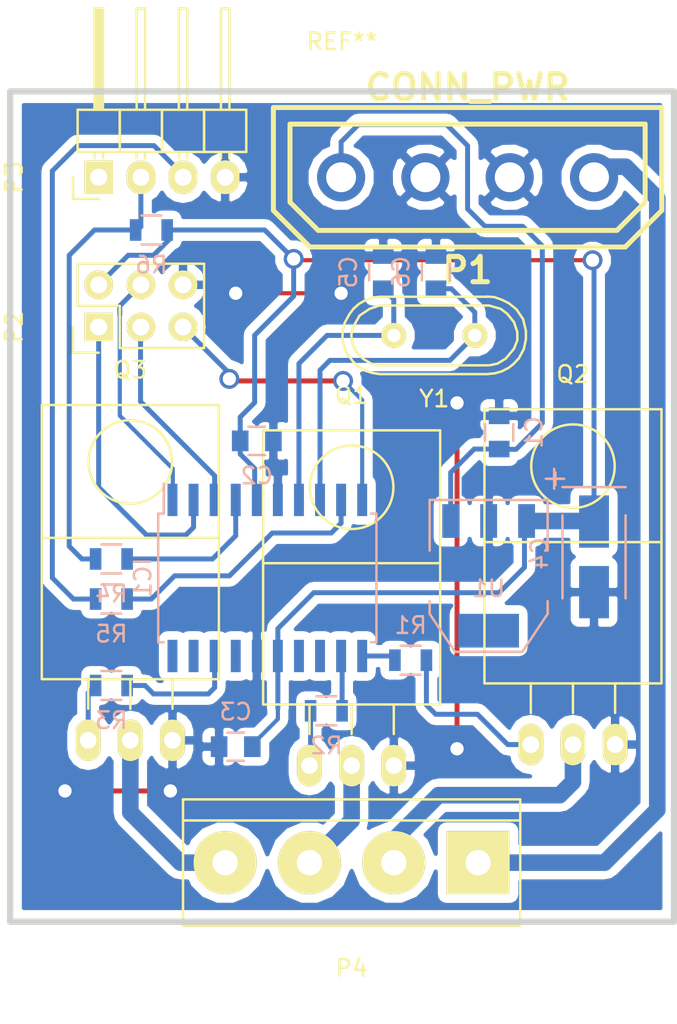
<source format=kicad_pcb>
(kicad_pcb (version 4) (host pcbnew 4.0.1-stable)

  (general
    (links 47)
    (no_connects 0)
    (area 114.425 57.069999 155.706421 119.085)
    (thickness 1.6)
    (drawings 0)
    (tracks 169)
    (zones 0)
    (modules 23)
    (nets 24)
  )

  (page A4)
  (layers
    (0 F.Cu signal)
    (31 B.Cu signal)
    (32 B.Adhes user)
    (33 F.Adhes user)
    (34 B.Paste user)
    (35 F.Paste user)
    (36 B.SilkS user)
    (37 F.SilkS user)
    (38 B.Mask user)
    (39 F.Mask user)
    (40 Dwgs.User user)
    (41 Cmts.User user)
    (42 Eco1.User user)
    (43 Eco2.User user)
    (44 Edge.Cuts user)
    (45 Margin user)
    (46 B.CrtYd user)
    (47 F.CrtYd user)
    (48 B.Fab user)
    (49 F.Fab user)
  )

  (setup
    (last_trace_width 0.25)
    (user_trace_width 0.3)
    (user_trace_width 1)
    (trace_clearance 0.2)
    (zone_clearance 0.508)
    (zone_45_only no)
    (trace_min 0.2)
    (segment_width 0.2)
    (edge_width 0.15)
    (via_size 1.2)
    (via_drill 0.8)
    (via_min_size 0.4)
    (via_min_drill 0.3)
    (uvia_size 0.3)
    (uvia_drill 0.1)
    (uvias_allowed no)
    (uvia_min_size 0.2)
    (uvia_min_drill 0.1)
    (pcb_text_width 0.3)
    (pcb_text_size 1.5 1.5)
    (mod_edge_width 0.15)
    (mod_text_size 1 1)
    (mod_text_width 0.15)
    (pad_size 1.524 1.524)
    (pad_drill 0.762)
    (pad_to_mask_clearance 0.2)
    (aux_axis_origin 0 0)
    (visible_elements 7FFFF7FF)
    (pcbplotparams
      (layerselection 0x00000_80000000)
      (usegerberextensions false)
      (excludeedgelayer true)
      (linewidth 0.100000)
      (plotframeref false)
      (viasonmask true)
      (mode 1)
      (useauxorigin false)
      (hpglpennumber 1)
      (hpglpenspeed 20)
      (hpglpendiameter 15)
      (hpglpenoverlay 2)
      (psnegative false)
      (psa4output false)
      (plotreference true)
      (plotvalue true)
      (plotinvisibletext false)
      (padsonsilk false)
      (subtractmaskfromsilk false)
      (outputformat 1)
      (mirror false)
      (drillshape 0)
      (scaleselection 1)
      (outputdirectory ""))
  )

  (net 0 "")
  (net 1 GND)
  (net 2 "Net-(C5-Pad2)")
  (net 3 "Net-(C6-Pad2)")
  (net 4 "Net-(IC1-Pad4)")
  (net 5 "Net-(IC1-Pad9)")
  (net 6 "Net-(IC1-Pad18)")
  (net 7 "Net-(P3-Pad2)")
  (net 8 "Net-(P3-Pad3)")
  (net 9 "Net-(P4-Pad2)")
  (net 10 "Net-(P4-Pad3)")
  (net 11 "Net-(P4-Pad4)")
  (net 12 +5V)
  (net 13 +3V3)
  (net 14 "Net-(IC1-Pad1)")
  (net 15 "Net-(IC1-Pad2)")
  (net 16 "Net-(IC1-Pad3)")
  (net 17 "Net-(IC1-Pad10)")
  (net 18 +12V)
  (net 19 "Net-(IC1-Pad11)")
  (net 20 "Net-(IC1-Pad12)")
  (net 21 "Net-(Q1-Pad1)")
  (net 22 "Net-(Q2-Pad1)")
  (net 23 "Net-(Q3-Pad1)")

  (net_class Default "Dies ist die voreingestellte Netzklasse."
    (clearance 0.2)
    (trace_width 0.25)
    (via_dia 1.2)
    (via_drill 0.8)
    (uvia_dia 0.3)
    (uvia_drill 0.1)
    (add_net +12V)
    (add_net +3V3)
    (add_net +5V)
    (add_net GND)
    (add_net "Net-(C5-Pad2)")
    (add_net "Net-(C6-Pad2)")
    (add_net "Net-(IC1-Pad1)")
    (add_net "Net-(IC1-Pad10)")
    (add_net "Net-(IC1-Pad11)")
    (add_net "Net-(IC1-Pad12)")
    (add_net "Net-(IC1-Pad18)")
    (add_net "Net-(IC1-Pad2)")
    (add_net "Net-(IC1-Pad3)")
    (add_net "Net-(IC1-Pad4)")
    (add_net "Net-(IC1-Pad9)")
    (add_net "Net-(P3-Pad2)")
    (add_net "Net-(P3-Pad3)")
    (add_net "Net-(P4-Pad2)")
    (add_net "Net-(P4-Pad3)")
    (add_net "Net-(P4-Pad4)")
    (add_net "Net-(Q1-Pad1)")
    (add_net "Net-(Q2-Pad1)")
    (add_net "Net-(Q3-Pad1)")
  )

  (module TO_SOT_Packages_THT:TO-220_Neutral123_Horizontal (layer F.Cu) (tedit 56A4F18B) (tstamp 56A4430D)
    (at 135.89 103.378)
    (descr "TO-220, Neutral, Horizontal,")
    (tags "TO-220, Neutral, Horizontal,")
    (path /56ABCB0D)
    (fp_text reference Q1 (at 0 -22.3012) (layer F.SilkS)
      (effects (font (size 1 1) (thickness 0.15)))
    )
    (fp_text value Q_NMOS_GDS (at -0.29972 3.44932) (layer F.Fab)
      (effects (font (size 1 1) (thickness 0.15)))
    )
    (fp_circle (center 0 -16.764) (end 1.778 -14.986) (layer F.SilkS) (width 0.15))
    (fp_line (start -2.54 -3.683) (end -2.54 -1.905) (layer F.SilkS) (width 0.15))
    (fp_line (start 0 -3.683) (end 0 -1.905) (layer F.SilkS) (width 0.15))
    (fp_line (start 2.54 -3.683) (end 2.54 -1.905) (layer F.SilkS) (width 0.15))
    (fp_line (start 5.334 -12.192) (end 5.334 -20.193) (layer F.SilkS) (width 0.15))
    (fp_line (start 5.334 -20.193) (end -5.334 -20.193) (layer F.SilkS) (width 0.15))
    (fp_line (start -5.334 -20.193) (end -5.334 -12.192) (layer F.SilkS) (width 0.15))
    (fp_line (start 5.334 -3.683) (end 5.334 -12.192) (layer F.SilkS) (width 0.15))
    (fp_line (start 5.334 -12.192) (end -5.334 -12.192) (layer F.SilkS) (width 0.15))
    (fp_line (start -5.334 -12.192) (end -5.334 -3.683) (layer F.SilkS) (width 0.15))
    (fp_line (start 0 -3.683) (end -5.334 -3.683) (layer F.SilkS) (width 0.15))
    (fp_line (start 0 -3.683) (end 5.334 -3.683) (layer F.SilkS) (width 0.15))
    (pad 2 thru_hole oval (at 0 0 90) (size 2.49936 1.50114) (drill 1.00076) (layers *.Cu *.Mask F.SilkS)
      (net 10 "Net-(P4-Pad3)"))
    (pad 1 thru_hole oval (at -2.54 0 90) (size 2.49936 1.50114) (drill 1.00076) (layers *.Cu *.Mask F.SilkS)
      (net 21 "Net-(Q1-Pad1)"))
    (pad 3 thru_hole oval (at 2.54 0 90) (size 2.49936 1.50114) (drill 1.00076) (layers *.Cu *.Mask F.SilkS)
      (net 1 GND))
    (model TO_SOT_Packages_THT.3dshapes/TO-220_Neutral123_Horizontal.wrl
      (at (xyz 0 0 0))
      (scale (xyz 0.3937 0.3937 0.3937))
      (rotate (xyz 0 0 0))
    )
  )

  (module Resistors_SMD:R_0805 (layer B.Cu) (tedit 5415CDEB) (tstamp 56A4433B)
    (at 121.412 93.345)
    (descr "Resistor SMD 0805, reflow soldering, Vishay (see dcrcw.pdf)")
    (tags "resistor 0805")
    (path /56A43F36)
    (attr smd)
    (fp_text reference R5 (at 0 2.1) (layer B.SilkS)
      (effects (font (size 1 1) (thickness 0.15)) (justify mirror))
    )
    (fp_text value 68R (at 0 -2.1) (layer B.Fab)
      (effects (font (size 1 1) (thickness 0.15)) (justify mirror))
    )
    (fp_line (start -1.6 1) (end 1.6 1) (layer B.CrtYd) (width 0.05))
    (fp_line (start -1.6 -1) (end 1.6 -1) (layer B.CrtYd) (width 0.05))
    (fp_line (start -1.6 1) (end -1.6 -1) (layer B.CrtYd) (width 0.05))
    (fp_line (start 1.6 1) (end 1.6 -1) (layer B.CrtYd) (width 0.05))
    (fp_line (start 0.6 -0.875) (end -0.6 -0.875) (layer B.SilkS) (width 0.15))
    (fp_line (start -0.6 0.875) (end 0.6 0.875) (layer B.SilkS) (width 0.15))
    (pad 1 smd rect (at -0.95 0) (size 0.7 1.3) (layers B.Cu B.Paste B.Mask)
      (net 8 "Net-(P3-Pad3)"))
    (pad 2 smd rect (at 0.95 0) (size 0.7 1.3) (layers B.Cu B.Paste B.Mask)
      (net 5 "Net-(IC1-Pad9)"))
    (model Resistors_SMD.3dshapes/R_0805.wrl
      (at (xyz 0 0 0))
      (scale (xyz 1 1 1))
      (rotate (xyz 0 0 0))
    )
  )

  (module Crystals:Crystal_HC49-U_Vertical (layer F.Cu) (tedit 0) (tstamp 56A4434F)
    (at 140.87094 77.47 180)
    (descr "Crystal, Quarz, HC49/U, vertical, stehend,")
    (tags "Crystal, Quarz, HC49/U, vertical, stehend,")
    (path /56A399C7)
    (fp_text reference Y1 (at 0 -3.81 180) (layer F.SilkS)
      (effects (font (size 1 1) (thickness 0.15)))
    )
    (fp_text value 12MHz (at 0 3.81 180) (layer F.Fab)
      (effects (font (size 1 1) (thickness 0.15)))
    )
    (fp_line (start 4.699 -1.00076) (end 4.89966 -0.59944) (layer F.SilkS) (width 0.15))
    (fp_line (start 4.89966 -0.59944) (end 5.00126 0) (layer F.SilkS) (width 0.15))
    (fp_line (start 5.00126 0) (end 4.89966 0.50038) (layer F.SilkS) (width 0.15))
    (fp_line (start 4.89966 0.50038) (end 4.50088 1.19888) (layer F.SilkS) (width 0.15))
    (fp_line (start 4.50088 1.19888) (end 3.8989 1.6002) (layer F.SilkS) (width 0.15))
    (fp_line (start 3.8989 1.6002) (end 3.29946 1.80086) (layer F.SilkS) (width 0.15))
    (fp_line (start 3.29946 1.80086) (end -3.29946 1.80086) (layer F.SilkS) (width 0.15))
    (fp_line (start -3.29946 1.80086) (end -4.0005 1.6002) (layer F.SilkS) (width 0.15))
    (fp_line (start -4.0005 1.6002) (end -4.39928 1.30048) (layer F.SilkS) (width 0.15))
    (fp_line (start -4.39928 1.30048) (end -4.8006 0.8001) (layer F.SilkS) (width 0.15))
    (fp_line (start -4.8006 0.8001) (end -5.00126 0.20066) (layer F.SilkS) (width 0.15))
    (fp_line (start -5.00126 0.20066) (end -5.00126 -0.29972) (layer F.SilkS) (width 0.15))
    (fp_line (start -5.00126 -0.29972) (end -4.8006 -0.8001) (layer F.SilkS) (width 0.15))
    (fp_line (start -4.8006 -0.8001) (end -4.30022 -1.39954) (layer F.SilkS) (width 0.15))
    (fp_line (start -4.30022 -1.39954) (end -3.79984 -1.69926) (layer F.SilkS) (width 0.15))
    (fp_line (start -3.79984 -1.69926) (end -3.29946 -1.80086) (layer F.SilkS) (width 0.15))
    (fp_line (start -3.2004 -1.80086) (end 3.40106 -1.80086) (layer F.SilkS) (width 0.15))
    (fp_line (start 3.40106 -1.80086) (end 3.79984 -1.69926) (layer F.SilkS) (width 0.15))
    (fp_line (start 3.79984 -1.69926) (end 4.30022 -1.39954) (layer F.SilkS) (width 0.15))
    (fp_line (start 4.30022 -1.39954) (end 4.8006 -0.89916) (layer F.SilkS) (width 0.15))
    (fp_line (start -3.19024 -2.32918) (end -3.64998 -2.28092) (layer F.SilkS) (width 0.15))
    (fp_line (start -3.64998 -2.28092) (end -4.04876 -2.16916) (layer F.SilkS) (width 0.15))
    (fp_line (start -4.04876 -2.16916) (end -4.48056 -1.95072) (layer F.SilkS) (width 0.15))
    (fp_line (start -4.48056 -1.95072) (end -4.77012 -1.71958) (layer F.SilkS) (width 0.15))
    (fp_line (start -4.77012 -1.71958) (end -5.10032 -1.36906) (layer F.SilkS) (width 0.15))
    (fp_line (start -5.10032 -1.36906) (end -5.38988 -0.83058) (layer F.SilkS) (width 0.15))
    (fp_line (start -5.38988 -0.83058) (end -5.51942 -0.23114) (layer F.SilkS) (width 0.15))
    (fp_line (start -5.51942 -0.23114) (end -5.51942 0.2794) (layer F.SilkS) (width 0.15))
    (fp_line (start -5.51942 0.2794) (end -5.34924 0.98044) (layer F.SilkS) (width 0.15))
    (fp_line (start -5.34924 0.98044) (end -4.95046 1.56972) (layer F.SilkS) (width 0.15))
    (fp_line (start -4.95046 1.56972) (end -4.49072 1.94056) (layer F.SilkS) (width 0.15))
    (fp_line (start -4.49072 1.94056) (end -4.06908 2.14884) (layer F.SilkS) (width 0.15))
    (fp_line (start -4.06908 2.14884) (end -3.6195 2.30886) (layer F.SilkS) (width 0.15))
    (fp_line (start -3.6195 2.30886) (end -3.18008 2.33934) (layer F.SilkS) (width 0.15))
    (fp_line (start 4.16052 2.1209) (end 4.53898 1.89992) (layer F.SilkS) (width 0.15))
    (fp_line (start 4.53898 1.89992) (end 4.85902 1.62052) (layer F.SilkS) (width 0.15))
    (fp_line (start 4.85902 1.62052) (end 5.11048 1.29032) (layer F.SilkS) (width 0.15))
    (fp_line (start 5.11048 1.29032) (end 5.4102 0.73914) (layer F.SilkS) (width 0.15))
    (fp_line (start 5.4102 0.73914) (end 5.51942 0.26924) (layer F.SilkS) (width 0.15))
    (fp_line (start 5.51942 0.26924) (end 5.53974 -0.1905) (layer F.SilkS) (width 0.15))
    (fp_line (start 5.53974 -0.1905) (end 5.45084 -0.65024) (layer F.SilkS) (width 0.15))
    (fp_line (start 5.45084 -0.65024) (end 5.26034 -1.09982) (layer F.SilkS) (width 0.15))
    (fp_line (start 5.26034 -1.09982) (end 4.89966 -1.56972) (layer F.SilkS) (width 0.15))
    (fp_line (start 4.89966 -1.56972) (end 4.54914 -1.88976) (layer F.SilkS) (width 0.15))
    (fp_line (start 4.54914 -1.88976) (end 4.16052 -2.1209) (layer F.SilkS) (width 0.15))
    (fp_line (start 4.16052 -2.1209) (end 3.73126 -2.2606) (layer F.SilkS) (width 0.15))
    (fp_line (start 3.73126 -2.2606) (end 3.2893 -2.32918) (layer F.SilkS) (width 0.15))
    (fp_line (start -3.2004 2.32918) (end 3.2512 2.32918) (layer F.SilkS) (width 0.15))
    (fp_line (start 3.2512 2.32918) (end 3.6703 2.29108) (layer F.SilkS) (width 0.15))
    (fp_line (start 3.6703 2.29108) (end 4.16052 2.1209) (layer F.SilkS) (width 0.15))
    (fp_line (start -3.2004 -2.32918) (end 3.2512 -2.32918) (layer F.SilkS) (width 0.15))
    (pad 1 thru_hole circle (at -2.44094 0 180) (size 1.50114 1.50114) (drill 0.8001) (layers *.Cu *.Mask F.SilkS)
      (net 3 "Net-(C6-Pad2)"))
    (pad 2 thru_hole circle (at 2.44094 0 180) (size 1.50114 1.50114) (drill 0.8001) (layers *.Cu *.Mask F.SilkS)
      (net 2 "Net-(C5-Pad2)"))
  )

  (module TO_SOT_Packages_THT:TO-220_Neutral123_Horizontal (layer F.Cu) (tedit 56A4F1B3) (tstamp 56A4431D)
    (at 122.555 101.854)
    (descr "TO-220, Neutral, Horizontal,")
    (tags "TO-220, Neutral, Horizontal,")
    (path /56ABCB76)
    (fp_text reference Q3 (at 0 -22.3012) (layer F.SilkS)
      (effects (font (size 1 1) (thickness 0.15)))
    )
    (fp_text value Q_NMOS_GDS (at -0.29972 3.44932) (layer F.Fab)
      (effects (font (size 1 1) (thickness 0.15)))
    )
    (fp_circle (center 0 -16.764) (end 1.778 -14.986) (layer F.SilkS) (width 0.15))
    (fp_line (start -2.54 -3.683) (end -2.54 -1.905) (layer F.SilkS) (width 0.15))
    (fp_line (start 0 -3.683) (end 0 -1.905) (layer F.SilkS) (width 0.15))
    (fp_line (start 2.54 -3.683) (end 2.54 -1.905) (layer F.SilkS) (width 0.15))
    (fp_line (start 5.334 -12.192) (end 5.334 -20.193) (layer F.SilkS) (width 0.15))
    (fp_line (start 5.334 -20.193) (end -5.334 -20.193) (layer F.SilkS) (width 0.15))
    (fp_line (start -5.334 -20.193) (end -5.334 -12.192) (layer F.SilkS) (width 0.15))
    (fp_line (start 5.334 -3.683) (end 5.334 -12.192) (layer F.SilkS) (width 0.15))
    (fp_line (start 5.334 -12.192) (end -5.334 -12.192) (layer F.SilkS) (width 0.15))
    (fp_line (start -5.334 -12.192) (end -5.334 -3.683) (layer F.SilkS) (width 0.15))
    (fp_line (start 0 -3.683) (end -5.334 -3.683) (layer F.SilkS) (width 0.15))
    (fp_line (start 0 -3.683) (end 5.334 -3.683) (layer F.SilkS) (width 0.15))
    (pad 2 thru_hole oval (at 0 0 90) (size 2.49936 1.50114) (drill 1.00076) (layers *.Cu *.Mask F.SilkS)
      (net 11 "Net-(P4-Pad4)"))
    (pad 1 thru_hole oval (at -2.54 0 90) (size 2.49936 1.50114) (drill 1.00076) (layers *.Cu *.Mask F.SilkS)
      (net 23 "Net-(Q3-Pad1)"))
    (pad 3 thru_hole oval (at 2.54 0 90) (size 2.49936 1.50114) (drill 1.00076) (layers *.Cu *.Mask F.SilkS)
      (net 1 GND))
    (model TO_SOT_Packages_THT.3dshapes/TO-220_Neutral123_Horizontal.wrl
      (at (xyz 0 0 0))
      (scale (xyz 0.3937 0.3937 0.3937))
      (rotate (xyz 0 0 0))
    )
  )

  (module Connect:bornier4 (layer F.Cu) (tedit 0) (tstamp 56A44305)
    (at 135.89 109.22 180)
    (descr "Bornier d'alimentation 4 pins")
    (tags DEV)
    (path /56A3A9B4)
    (fp_text reference P4 (at 0 -6.35 180) (layer F.SilkS)
      (effects (font (size 1 1) (thickness 0.15)))
    )
    (fp_text value CONN_LED (at 0 5.08 180) (layer F.Fab)
      (effects (font (size 1 1) (thickness 0.15)))
    )
    (fp_line (start -10.16 -3.81) (end -10.16 3.81) (layer F.SilkS) (width 0.15))
    (fp_line (start 10.16 3.81) (end 10.16 -3.81) (layer F.SilkS) (width 0.15))
    (fp_line (start 10.16 2.54) (end -10.16 2.54) (layer F.SilkS) (width 0.15))
    (fp_line (start -10.16 -3.81) (end 10.16 -3.81) (layer F.SilkS) (width 0.15))
    (fp_line (start -10.16 3.81) (end 10.16 3.81) (layer F.SilkS) (width 0.15))
    (pad 2 thru_hole circle (at -2.54 0 180) (size 3.81 3.81) (drill 1.524) (layers *.Cu *.Mask F.SilkS)
      (net 9 "Net-(P4-Pad2)"))
    (pad 3 thru_hole circle (at 2.54 0 180) (size 3.81 3.81) (drill 1.524) (layers *.Cu *.Mask F.SilkS)
      (net 10 "Net-(P4-Pad3)"))
    (pad 1 thru_hole rect (at -7.62 0 180) (size 3.81 3.81) (drill 1.524) (layers *.Cu *.Mask F.SilkS)
      (net 18 +12V))
    (pad 4 thru_hole circle (at 7.62 0 180) (size 3.81 3.81) (drill 1.524) (layers *.Cu *.Mask F.SilkS)
      (net 11 "Net-(P4-Pad4)"))
    (model Connect.3dshapes/bornier4.wrl
      (at (xyz 0 0 0))
      (scale (xyz 1 1 1))
      (rotate (xyz 0 0 0))
    )
  )

  (module TO_SOT_Packages_SMD:SOT-223 (layer B.Cu) (tedit 0) (tstamp 56A44349)
    (at 144.145 91.948)
    (descr "module CMS SOT223 4 pins")
    (tags "CMS SOT")
    (path /56A39448)
    (attr smd)
    (fp_text reference U1 (at 0 0.762) (layer B.SilkS)
      (effects (font (size 1 1) (thickness 0.15)) (justify mirror))
    )
    (fp_text value LT1129CST-3.3 (at 0 -0.762) (layer B.Fab)
      (effects (font (size 1 1) (thickness 0.15)) (justify mirror))
    )
    (fp_line (start -3.556 -1.524) (end -3.556 -4.572) (layer B.SilkS) (width 0.15))
    (fp_line (start -3.556 -4.572) (end 3.556 -4.572) (layer B.SilkS) (width 0.15))
    (fp_line (start 3.556 -4.572) (end 3.556 -1.524) (layer B.SilkS) (width 0.15))
    (fp_line (start -3.556 1.524) (end -3.556 2.286) (layer B.SilkS) (width 0.15))
    (fp_line (start -3.556 2.286) (end -2.032 4.572) (layer B.SilkS) (width 0.15))
    (fp_line (start -2.032 4.572) (end 2.032 4.572) (layer B.SilkS) (width 0.15))
    (fp_line (start 2.032 4.572) (end 3.556 2.286) (layer B.SilkS) (width 0.15))
    (fp_line (start 3.556 2.286) (end 3.556 1.524) (layer B.SilkS) (width 0.15))
    (pad 4 smd rect (at 0 3.302) (size 3.6576 2.032) (layers B.Cu B.Paste B.Mask))
    (pad 2 smd rect (at 0 -3.302) (size 1.016 2.032) (layers B.Cu B.Paste B.Mask)
      (net 1 GND))
    (pad 3 smd rect (at 2.286 -3.302) (size 1.016 2.032) (layers B.Cu B.Paste B.Mask)
      (net 13 +3V3))
    (pad 1 smd rect (at -2.286 -3.302) (size 1.016 2.032) (layers B.Cu B.Paste B.Mask)
      (net 12 +5V))
    (model TO_SOT_Packages_SMD.3dshapes/SOT-223.wrl
      (at (xyz 0 0 0))
      (scale (xyz 0.4 0.4 0.4))
      (rotate (xyz 0 0 0))
    )
  )

  (module Housings_SOIC:SOIC-20_7.5x12.8mm_Pitch1.27mm (layer B.Cu) (tedit 54130A77) (tstamp 56A442E3)
    (at 130.81 92.075 270)
    (descr "20-Lead Plastic Small Outline (SO) - Wide, 7.50 mm Body [SOIC] (see Microchip Packaging Specification 00000049BS.pdf)")
    (tags "SOIC 1.27")
    (path /56A396F8)
    (attr smd)
    (fp_text reference IC1 (at 0 7.5 270) (layer B.SilkS)
      (effects (font (size 1 1) (thickness 0.15)) (justify mirror))
    )
    (fp_text value ATTINY861A-S (at 0 -7.5 270) (layer B.Fab)
      (effects (font (size 1 1) (thickness 0.15)) (justify mirror))
    )
    (fp_line (start -5.95 6.75) (end -5.95 -6.75) (layer B.CrtYd) (width 0.05))
    (fp_line (start 5.95 6.75) (end 5.95 -6.75) (layer B.CrtYd) (width 0.05))
    (fp_line (start -5.95 6.75) (end 5.95 6.75) (layer B.CrtYd) (width 0.05))
    (fp_line (start -5.95 -6.75) (end 5.95 -6.75) (layer B.CrtYd) (width 0.05))
    (fp_line (start -3.875 6.575) (end -3.875 6.24) (layer B.SilkS) (width 0.15))
    (fp_line (start 3.875 6.575) (end 3.875 6.24) (layer B.SilkS) (width 0.15))
    (fp_line (start 3.875 -6.575) (end 3.875 -6.24) (layer B.SilkS) (width 0.15))
    (fp_line (start -3.875 -6.575) (end -3.875 -6.24) (layer B.SilkS) (width 0.15))
    (fp_line (start -3.875 6.575) (end 3.875 6.575) (layer B.SilkS) (width 0.15))
    (fp_line (start -3.875 -6.575) (end 3.875 -6.575) (layer B.SilkS) (width 0.15))
    (fp_line (start -3.875 6.24) (end -5.675 6.24) (layer B.SilkS) (width 0.15))
    (pad 1 smd rect (at -4.7 5.715 270) (size 1.95 0.6) (layers B.Cu B.Paste B.Mask)
      (net 14 "Net-(IC1-Pad1)"))
    (pad 2 smd rect (at -4.7 4.445 270) (size 1.95 0.6) (layers B.Cu B.Paste B.Mask)
      (net 15 "Net-(IC1-Pad2)"))
    (pad 3 smd rect (at -4.7 3.175 270) (size 1.95 0.6) (layers B.Cu B.Paste B.Mask)
      (net 16 "Net-(IC1-Pad3)"))
    (pad 4 smd rect (at -4.7 1.905 270) (size 1.95 0.6) (layers B.Cu B.Paste B.Mask)
      (net 4 "Net-(IC1-Pad4)"))
    (pad 5 smd rect (at -4.7 0.635 270) (size 1.95 0.6) (layers B.Cu B.Paste B.Mask)
      (net 13 +3V3))
    (pad 6 smd rect (at -4.7 -0.635 270) (size 1.95 0.6) (layers B.Cu B.Paste B.Mask)
      (net 1 GND))
    (pad 7 smd rect (at -4.7 -1.905 270) (size 1.95 0.6) (layers B.Cu B.Paste B.Mask)
      (net 2 "Net-(C5-Pad2)"))
    (pad 8 smd rect (at -4.7 -3.175 270) (size 1.95 0.6) (layers B.Cu B.Paste B.Mask)
      (net 3 "Net-(C6-Pad2)"))
    (pad 9 smd rect (at -4.7 -4.445 270) (size 1.95 0.6) (layers B.Cu B.Paste B.Mask)
      (net 5 "Net-(IC1-Pad9)"))
    (pad 10 smd rect (at -4.7 -5.715 270) (size 1.95 0.6) (layers B.Cu B.Paste B.Mask)
      (net 17 "Net-(IC1-Pad10)"))
    (pad 11 smd rect (at 4.7 -5.715 270) (size 1.95 0.6) (layers B.Cu B.Paste B.Mask)
      (net 19 "Net-(IC1-Pad11)"))
    (pad 12 smd rect (at 4.7 -4.445 270) (size 1.95 0.6) (layers B.Cu B.Paste B.Mask)
      (net 20 "Net-(IC1-Pad12)"))
    (pad 13 smd rect (at 4.7 -3.175 270) (size 1.95 0.6) (layers B.Cu B.Paste B.Mask))
    (pad 14 smd rect (at 4.7 -1.905 270) (size 1.95 0.6) (layers B.Cu B.Paste B.Mask))
    (pad 15 smd rect (at 4.7 -0.635 270) (size 1.95 0.6) (layers B.Cu B.Paste B.Mask)
      (net 13 +3V3))
    (pad 16 smd rect (at 4.7 0.635 270) (size 1.95 0.6) (layers B.Cu B.Paste B.Mask)
      (net 1 GND))
    (pad 17 smd rect (at 4.7 1.905 270) (size 1.95 0.6) (layers B.Cu B.Paste B.Mask))
    (pad 18 smd rect (at 4.7 3.175 270) (size 1.95 0.6) (layers B.Cu B.Paste B.Mask)
      (net 6 "Net-(IC1-Pad18)"))
    (pad 19 smd rect (at 4.7 4.445 270) (size 1.95 0.6) (layers B.Cu B.Paste B.Mask))
    (pad 20 smd rect (at 4.7 5.715 270) (size 1.95 0.6) (layers B.Cu B.Paste B.Mask))
    (model Housings_SOIC.3dshapes/SOIC-20_7.5x12.8mm_Pitch1.27mm.wrl
      (at (xyz 0 0 0))
      (scale (xyz 1 1 1))
      (rotate (xyz 0 0 0))
    )
  )

  (module TO_SOT_Packages_THT:TO-220_Neutral123_Horizontal (layer F.Cu) (tedit 56A4F1A7) (tstamp 56A44315)
    (at 149.225 102.108)
    (descr "TO-220, Neutral, Horizontal,")
    (tags "TO-220, Neutral, Horizontal,")
    (path /56ABCA02)
    (fp_text reference Q2 (at 0 -22.3012) (layer F.SilkS)
      (effects (font (size 1 1) (thickness 0.15)))
    )
    (fp_text value Q_NMOS_GDS (at -0.29972 3.44932) (layer F.Fab)
      (effects (font (size 1 1) (thickness 0.15)))
    )
    (fp_circle (center 0 -16.764) (end 1.778 -14.986) (layer F.SilkS) (width 0.15))
    (fp_line (start -2.54 -3.683) (end -2.54 -1.905) (layer F.SilkS) (width 0.15))
    (fp_line (start 0 -3.683) (end 0 -1.905) (layer F.SilkS) (width 0.15))
    (fp_line (start 2.54 -3.683) (end 2.54 -1.905) (layer F.SilkS) (width 0.15))
    (fp_line (start 5.334 -12.192) (end 5.334 -20.193) (layer F.SilkS) (width 0.15))
    (fp_line (start 5.334 -20.193) (end -5.334 -20.193) (layer F.SilkS) (width 0.15))
    (fp_line (start -5.334 -20.193) (end -5.334 -12.192) (layer F.SilkS) (width 0.15))
    (fp_line (start 5.334 -3.683) (end 5.334 -12.192) (layer F.SilkS) (width 0.15))
    (fp_line (start 5.334 -12.192) (end -5.334 -12.192) (layer F.SilkS) (width 0.15))
    (fp_line (start -5.334 -12.192) (end -5.334 -3.683) (layer F.SilkS) (width 0.15))
    (fp_line (start 0 -3.683) (end -5.334 -3.683) (layer F.SilkS) (width 0.15))
    (fp_line (start 0 -3.683) (end 5.334 -3.683) (layer F.SilkS) (width 0.15))
    (pad 2 thru_hole oval (at 0 0 90) (size 2.49936 1.50114) (drill 1.00076) (layers *.Cu *.Mask F.SilkS)
      (net 9 "Net-(P4-Pad2)"))
    (pad 1 thru_hole oval (at -2.54 0 90) (size 2.49936 1.50114) (drill 1.00076) (layers *.Cu *.Mask F.SilkS)
      (net 22 "Net-(Q2-Pad1)"))
    (pad 3 thru_hole oval (at 2.54 0 90) (size 2.49936 1.50114) (drill 1.00076) (layers *.Cu *.Mask F.SilkS)
      (net 1 GND))
    (model TO_SOT_Packages_THT.3dshapes/TO-220_Neutral123_Horizontal.wrl
      (at (xyz 0 0 0))
      (scale (xyz 0.3937 0.3937 0.3937))
      (rotate (xyz 0 0 0))
    )
  )

  (module Capacitors_SMD:C_0805 (layer B.Cu) (tedit 5415D6EA) (tstamp 56A442AD)
    (at 144.78 83.312 90)
    (descr "Capacitor SMD 0805, reflow soldering, AVX (see smccp.pdf)")
    (tags "capacitor 0805")
    (path /56A46B4C)
    (attr smd)
    (fp_text reference C1 (at 0 2.1 90) (layer B.SilkS)
      (effects (font (size 1 1) (thickness 0.15)) (justify mirror))
    )
    (fp_text value 100nF (at 0 -2.1 90) (layer B.Fab)
      (effects (font (size 1 1) (thickness 0.15)) (justify mirror))
    )
    (fp_line (start -1.8 1) (end 1.8 1) (layer B.CrtYd) (width 0.05))
    (fp_line (start -1.8 -1) (end 1.8 -1) (layer B.CrtYd) (width 0.05))
    (fp_line (start -1.8 1) (end -1.8 -1) (layer B.CrtYd) (width 0.05))
    (fp_line (start 1.8 1) (end 1.8 -1) (layer B.CrtYd) (width 0.05))
    (fp_line (start 0.5 0.85) (end -0.5 0.85) (layer B.SilkS) (width 0.15))
    (fp_line (start -0.5 -0.85) (end 0.5 -0.85) (layer B.SilkS) (width 0.15))
    (pad 1 smd rect (at -1 0 90) (size 1 1.25) (layers B.Cu B.Paste B.Mask)
      (net 12 +5V))
    (pad 2 smd rect (at 1 0 90) (size 1 1.25) (layers B.Cu B.Paste B.Mask)
      (net 1 GND))
    (model Capacitors_SMD.3dshapes/C_0805.wrl
      (at (xyz 0 0 0))
      (scale (xyz 1 1 1))
      (rotate (xyz 0 0 0))
    )
  )

  (module Capacitors_SMD:C_0805 (layer B.Cu) (tedit 5415D6EA) (tstamp 56A442B3)
    (at 130.175 83.82)
    (descr "Capacitor SMD 0805, reflow soldering, AVX (see smccp.pdf)")
    (tags "capacitor 0805")
    (path /56A3A504)
    (attr smd)
    (fp_text reference C2 (at 0 2.1) (layer B.SilkS)
      (effects (font (size 1 1) (thickness 0.15)) (justify mirror))
    )
    (fp_text value 100nF (at 0 -2.1) (layer B.Fab)
      (effects (font (size 1 1) (thickness 0.15)) (justify mirror))
    )
    (fp_line (start -1.8 1) (end 1.8 1) (layer B.CrtYd) (width 0.05))
    (fp_line (start -1.8 -1) (end 1.8 -1) (layer B.CrtYd) (width 0.05))
    (fp_line (start -1.8 1) (end -1.8 -1) (layer B.CrtYd) (width 0.05))
    (fp_line (start 1.8 1) (end 1.8 -1) (layer B.CrtYd) (width 0.05))
    (fp_line (start 0.5 0.85) (end -0.5 0.85) (layer B.SilkS) (width 0.15))
    (fp_line (start -0.5 -0.85) (end 0.5 -0.85) (layer B.SilkS) (width 0.15))
    (pad 1 smd rect (at -1 0) (size 1 1.25) (layers B.Cu B.Paste B.Mask)
      (net 13 +3V3))
    (pad 2 smd rect (at 1 0) (size 1 1.25) (layers B.Cu B.Paste B.Mask)
      (net 1 GND))
    (model Capacitors_SMD.3dshapes/C_0805.wrl
      (at (xyz 0 0 0))
      (scale (xyz 1 1 1))
      (rotate (xyz 0 0 0))
    )
  )

  (module Capacitors_SMD:C_0805 (layer B.Cu) (tedit 5415D6EA) (tstamp 56A442B9)
    (at 128.905 102.235 180)
    (descr "Capacitor SMD 0805, reflow soldering, AVX (see smccp.pdf)")
    (tags "capacitor 0805")
    (path /56A391F4)
    (attr smd)
    (fp_text reference C3 (at 0 2.1 180) (layer B.SilkS)
      (effects (font (size 1 1) (thickness 0.15)) (justify mirror))
    )
    (fp_text value 100nF (at 0 -2.1 180) (layer B.Fab)
      (effects (font (size 1 1) (thickness 0.15)) (justify mirror))
    )
    (fp_line (start -1.8 1) (end 1.8 1) (layer B.CrtYd) (width 0.05))
    (fp_line (start -1.8 -1) (end 1.8 -1) (layer B.CrtYd) (width 0.05))
    (fp_line (start -1.8 1) (end -1.8 -1) (layer B.CrtYd) (width 0.05))
    (fp_line (start 1.8 1) (end 1.8 -1) (layer B.CrtYd) (width 0.05))
    (fp_line (start 0.5 0.85) (end -0.5 0.85) (layer B.SilkS) (width 0.15))
    (fp_line (start -0.5 -0.85) (end 0.5 -0.85) (layer B.SilkS) (width 0.15))
    (pad 1 smd rect (at -1 0 180) (size 1 1.25) (layers B.Cu B.Paste B.Mask)
      (net 13 +3V3))
    (pad 2 smd rect (at 1 0 180) (size 1 1.25) (layers B.Cu B.Paste B.Mask)
      (net 1 GND))
    (model Capacitors_SMD.3dshapes/C_0805.wrl
      (at (xyz 0 0 0))
      (scale (xyz 1 1 1))
      (rotate (xyz 0 0 0))
    )
  )

  (module Capacitors_SMD:C_0805 (layer B.Cu) (tedit 5415D6EA) (tstamp 56A442C5)
    (at 137.795 73.66 270)
    (descr "Capacitor SMD 0805, reflow soldering, AVX (see smccp.pdf)")
    (tags "capacitor 0805")
    (path /56A39378)
    (attr smd)
    (fp_text reference C5 (at 0 2.1 270) (layer B.SilkS)
      (effects (font (size 1 1) (thickness 0.15)) (justify mirror))
    )
    (fp_text value C (at 0 -2.1 270) (layer B.Fab)
      (effects (font (size 1 1) (thickness 0.15)) (justify mirror))
    )
    (fp_line (start -1.8 1) (end 1.8 1) (layer B.CrtYd) (width 0.05))
    (fp_line (start -1.8 -1) (end 1.8 -1) (layer B.CrtYd) (width 0.05))
    (fp_line (start -1.8 1) (end -1.8 -1) (layer B.CrtYd) (width 0.05))
    (fp_line (start 1.8 1) (end 1.8 -1) (layer B.CrtYd) (width 0.05))
    (fp_line (start 0.5 0.85) (end -0.5 0.85) (layer B.SilkS) (width 0.15))
    (fp_line (start -0.5 -0.85) (end 0.5 -0.85) (layer B.SilkS) (width 0.15))
    (pad 1 smd rect (at -1 0 270) (size 1 1.25) (layers B.Cu B.Paste B.Mask)
      (net 1 GND))
    (pad 2 smd rect (at 1 0 270) (size 1 1.25) (layers B.Cu B.Paste B.Mask)
      (net 2 "Net-(C5-Pad2)"))
    (model Capacitors_SMD.3dshapes/C_0805.wrl
      (at (xyz 0 0 0))
      (scale (xyz 1 1 1))
      (rotate (xyz 0 0 0))
    )
  )

  (module Capacitors_SMD:C_0805 (layer B.Cu) (tedit 5415D6EA) (tstamp 56A442CB)
    (at 140.97 73.66 270)
    (descr "Capacitor SMD 0805, reflow soldering, AVX (see smccp.pdf)")
    (tags "capacitor 0805")
    (path /56A39337)
    (attr smd)
    (fp_text reference C6 (at 0 2.1 270) (layer B.SilkS)
      (effects (font (size 1 1) (thickness 0.15)) (justify mirror))
    )
    (fp_text value C (at 0 -2.1 270) (layer B.Fab)
      (effects (font (size 1 1) (thickness 0.15)) (justify mirror))
    )
    (fp_line (start -1.8 1) (end 1.8 1) (layer B.CrtYd) (width 0.05))
    (fp_line (start -1.8 -1) (end 1.8 -1) (layer B.CrtYd) (width 0.05))
    (fp_line (start -1.8 1) (end -1.8 -1) (layer B.CrtYd) (width 0.05))
    (fp_line (start 1.8 1) (end 1.8 -1) (layer B.CrtYd) (width 0.05))
    (fp_line (start 0.5 0.85) (end -0.5 0.85) (layer B.SilkS) (width 0.15))
    (fp_line (start -0.5 -0.85) (end 0.5 -0.85) (layer B.SilkS) (width 0.15))
    (pad 1 smd rect (at -1 0 270) (size 1 1.25) (layers B.Cu B.Paste B.Mask)
      (net 1 GND))
    (pad 2 smd rect (at 1 0 270) (size 1 1.25) (layers B.Cu B.Paste B.Mask)
      (net 3 "Net-(C6-Pad2)"))
    (model Capacitors_SMD.3dshapes/C_0805.wrl
      (at (xyz 0 0 0))
      (scale (xyz 1 1 1))
      (rotate (xyz 0 0 0))
    )
  )

  (module Pin_Headers:Pin_Header_Straight_2x03 (layer F.Cu) (tedit 54EA0A4B) (tstamp 56A442F5)
    (at 120.65 76.962 90)
    (descr "Through hole pin header")
    (tags "pin header")
    (path /56A3AA85)
    (fp_text reference P2 (at 0 -5.1 90) (layer F.SilkS)
      (effects (font (size 1 1) (thickness 0.15)))
    )
    (fp_text value CONN_ISP (at 0 -3.1 90) (layer F.Fab)
      (effects (font (size 1 1) (thickness 0.15)))
    )
    (fp_line (start -1.27 1.27) (end -1.27 6.35) (layer F.SilkS) (width 0.15))
    (fp_line (start -1.55 -1.55) (end 0 -1.55) (layer F.SilkS) (width 0.15))
    (fp_line (start -1.75 -1.75) (end -1.75 6.85) (layer F.CrtYd) (width 0.05))
    (fp_line (start 4.3 -1.75) (end 4.3 6.85) (layer F.CrtYd) (width 0.05))
    (fp_line (start -1.75 -1.75) (end 4.3 -1.75) (layer F.CrtYd) (width 0.05))
    (fp_line (start -1.75 6.85) (end 4.3 6.85) (layer F.CrtYd) (width 0.05))
    (fp_line (start 1.27 -1.27) (end 1.27 1.27) (layer F.SilkS) (width 0.15))
    (fp_line (start 1.27 1.27) (end -1.27 1.27) (layer F.SilkS) (width 0.15))
    (fp_line (start -1.27 6.35) (end 3.81 6.35) (layer F.SilkS) (width 0.15))
    (fp_line (start 3.81 6.35) (end 3.81 1.27) (layer F.SilkS) (width 0.15))
    (fp_line (start -1.55 -1.55) (end -1.55 0) (layer F.SilkS) (width 0.15))
    (fp_line (start 3.81 -1.27) (end 1.27 -1.27) (layer F.SilkS) (width 0.15))
    (fp_line (start 3.81 1.27) (end 3.81 -1.27) (layer F.SilkS) (width 0.15))
    (pad 1 thru_hole rect (at 0 0 90) (size 1.7272 1.7272) (drill 1.016) (layers *.Cu *.Mask F.SilkS)
      (net 15 "Net-(IC1-Pad2)"))
    (pad 2 thru_hole oval (at 2.54 0 90) (size 1.7272 1.7272) (drill 1.016) (layers *.Cu *.Mask F.SilkS)
      (net 13 +3V3))
    (pad 3 thru_hole oval (at 0 2.54 90) (size 1.7272 1.7272) (drill 1.016) (layers *.Cu *.Mask F.SilkS)
      (net 16 "Net-(IC1-Pad3)"))
    (pad 4 thru_hole oval (at 2.54 2.54 90) (size 1.7272 1.7272) (drill 1.016) (layers *.Cu *.Mask F.SilkS)
      (net 14 "Net-(IC1-Pad1)"))
    (pad 5 thru_hole oval (at 0 5.08 90) (size 1.7272 1.7272) (drill 1.016) (layers *.Cu *.Mask F.SilkS)
      (net 17 "Net-(IC1-Pad10)"))
    (pad 6 thru_hole oval (at 2.54 5.08 90) (size 1.7272 1.7272) (drill 1.016) (layers *.Cu *.Mask F.SilkS)
      (net 1 GND))
    (model Pin_Headers.3dshapes/Pin_Header_Straight_2x03.wrl
      (at (xyz 0.05 -0.1 0))
      (scale (xyz 1 1 1))
      (rotate (xyz 0 0 90))
    )
  )

  (module Pin_Headers:Pin_Header_Angled_1x04 (layer F.Cu) (tedit 0) (tstamp 56A442FD)
    (at 120.65 67.945 90)
    (descr "Through hole pin header")
    (tags "pin header")
    (path /56A3A40F)
    (fp_text reference P3 (at 0 -5.1 90) (layer F.SilkS)
      (effects (font (size 1 1) (thickness 0.15)))
    )
    (fp_text value CONN_USB (at 0 -3.1 90) (layer F.Fab)
      (effects (font (size 1 1) (thickness 0.15)))
    )
    (fp_line (start -1.5 -1.75) (end -1.5 9.4) (layer F.CrtYd) (width 0.05))
    (fp_line (start 10.65 -1.75) (end 10.65 9.4) (layer F.CrtYd) (width 0.05))
    (fp_line (start -1.5 -1.75) (end 10.65 -1.75) (layer F.CrtYd) (width 0.05))
    (fp_line (start -1.5 9.4) (end 10.65 9.4) (layer F.CrtYd) (width 0.05))
    (fp_line (start -1.3 -1.55) (end -1.3 0) (layer F.SilkS) (width 0.15))
    (fp_line (start 0 -1.55) (end -1.3 -1.55) (layer F.SilkS) (width 0.15))
    (fp_line (start 4.191 -0.127) (end 10.033 -0.127) (layer F.SilkS) (width 0.15))
    (fp_line (start 10.033 -0.127) (end 10.033 0.127) (layer F.SilkS) (width 0.15))
    (fp_line (start 10.033 0.127) (end 4.191 0.127) (layer F.SilkS) (width 0.15))
    (fp_line (start 4.191 0.127) (end 4.191 0) (layer F.SilkS) (width 0.15))
    (fp_line (start 4.191 0) (end 10.033 0) (layer F.SilkS) (width 0.15))
    (fp_line (start 1.524 -0.254) (end 1.143 -0.254) (layer F.SilkS) (width 0.15))
    (fp_line (start 1.524 0.254) (end 1.143 0.254) (layer F.SilkS) (width 0.15))
    (fp_line (start 1.524 2.286) (end 1.143 2.286) (layer F.SilkS) (width 0.15))
    (fp_line (start 1.524 2.794) (end 1.143 2.794) (layer F.SilkS) (width 0.15))
    (fp_line (start 1.524 4.826) (end 1.143 4.826) (layer F.SilkS) (width 0.15))
    (fp_line (start 1.524 5.334) (end 1.143 5.334) (layer F.SilkS) (width 0.15))
    (fp_line (start 1.524 7.874) (end 1.143 7.874) (layer F.SilkS) (width 0.15))
    (fp_line (start 1.524 7.366) (end 1.143 7.366) (layer F.SilkS) (width 0.15))
    (fp_line (start 1.524 -1.27) (end 4.064 -1.27) (layer F.SilkS) (width 0.15))
    (fp_line (start 1.524 1.27) (end 4.064 1.27) (layer F.SilkS) (width 0.15))
    (fp_line (start 1.524 1.27) (end 1.524 3.81) (layer F.SilkS) (width 0.15))
    (fp_line (start 1.524 3.81) (end 4.064 3.81) (layer F.SilkS) (width 0.15))
    (fp_line (start 4.064 2.286) (end 10.16 2.286) (layer F.SilkS) (width 0.15))
    (fp_line (start 10.16 2.286) (end 10.16 2.794) (layer F.SilkS) (width 0.15))
    (fp_line (start 10.16 2.794) (end 4.064 2.794) (layer F.SilkS) (width 0.15))
    (fp_line (start 4.064 3.81) (end 4.064 1.27) (layer F.SilkS) (width 0.15))
    (fp_line (start 4.064 1.27) (end 4.064 -1.27) (layer F.SilkS) (width 0.15))
    (fp_line (start 10.16 0.254) (end 4.064 0.254) (layer F.SilkS) (width 0.15))
    (fp_line (start 10.16 -0.254) (end 10.16 0.254) (layer F.SilkS) (width 0.15))
    (fp_line (start 4.064 -0.254) (end 10.16 -0.254) (layer F.SilkS) (width 0.15))
    (fp_line (start 1.524 1.27) (end 4.064 1.27) (layer F.SilkS) (width 0.15))
    (fp_line (start 1.524 -1.27) (end 1.524 1.27) (layer F.SilkS) (width 0.15))
    (fp_line (start 1.524 6.35) (end 4.064 6.35) (layer F.SilkS) (width 0.15))
    (fp_line (start 1.524 6.35) (end 1.524 8.89) (layer F.SilkS) (width 0.15))
    (fp_line (start 1.524 8.89) (end 4.064 8.89) (layer F.SilkS) (width 0.15))
    (fp_line (start 4.064 7.366) (end 10.16 7.366) (layer F.SilkS) (width 0.15))
    (fp_line (start 10.16 7.366) (end 10.16 7.874) (layer F.SilkS) (width 0.15))
    (fp_line (start 10.16 7.874) (end 4.064 7.874) (layer F.SilkS) (width 0.15))
    (fp_line (start 4.064 8.89) (end 4.064 6.35) (layer F.SilkS) (width 0.15))
    (fp_line (start 4.064 6.35) (end 4.064 3.81) (layer F.SilkS) (width 0.15))
    (fp_line (start 10.16 5.334) (end 4.064 5.334) (layer F.SilkS) (width 0.15))
    (fp_line (start 10.16 4.826) (end 10.16 5.334) (layer F.SilkS) (width 0.15))
    (fp_line (start 4.064 4.826) (end 10.16 4.826) (layer F.SilkS) (width 0.15))
    (fp_line (start 1.524 6.35) (end 4.064 6.35) (layer F.SilkS) (width 0.15))
    (fp_line (start 1.524 3.81) (end 1.524 6.35) (layer F.SilkS) (width 0.15))
    (fp_line (start 1.524 3.81) (end 4.064 3.81) (layer F.SilkS) (width 0.15))
    (pad 1 thru_hole rect (at 0 0 90) (size 2.032 1.7272) (drill 1.016) (layers *.Cu *.Mask F.SilkS))
    (pad 2 thru_hole oval (at 0 2.54 90) (size 2.032 1.7272) (drill 1.016) (layers *.Cu *.Mask F.SilkS)
      (net 7 "Net-(P3-Pad2)"))
    (pad 3 thru_hole oval (at 0 5.08 90) (size 2.032 1.7272) (drill 1.016) (layers *.Cu *.Mask F.SilkS)
      (net 8 "Net-(P3-Pad3)"))
    (pad 4 thru_hole oval (at 0 7.62 90) (size 2.032 1.7272) (drill 1.016) (layers *.Cu *.Mask F.SilkS)
      (net 1 GND))
    (model Pin_Headers.3dshapes/Pin_Header_Angled_1x04.wrl
      (at (xyz 0 -0.15 0))
      (scale (xyz 1 1 1))
      (rotate (xyz 0 0 90))
    )
  )

  (module Resistors_SMD:R_0805 (layer B.Cu) (tedit 5415CDEB) (tstamp 56A44323)
    (at 139.446 97.028 180)
    (descr "Resistor SMD 0805, reflow soldering, Vishay (see dcrcw.pdf)")
    (tags "resistor 0805")
    (path /56A39081)
    (attr smd)
    (fp_text reference R1 (at 0 2.1 180) (layer B.SilkS)
      (effects (font (size 1 1) (thickness 0.15)) (justify mirror))
    )
    (fp_text value 100R (at 0 -2.1 180) (layer B.Fab)
      (effects (font (size 1 1) (thickness 0.15)) (justify mirror))
    )
    (fp_line (start -1.6 1) (end 1.6 1) (layer B.CrtYd) (width 0.05))
    (fp_line (start -1.6 -1) (end 1.6 -1) (layer B.CrtYd) (width 0.05))
    (fp_line (start -1.6 1) (end -1.6 -1) (layer B.CrtYd) (width 0.05))
    (fp_line (start 1.6 1) (end 1.6 -1) (layer B.CrtYd) (width 0.05))
    (fp_line (start 0.6 -0.875) (end -0.6 -0.875) (layer B.SilkS) (width 0.15))
    (fp_line (start -0.6 0.875) (end 0.6 0.875) (layer B.SilkS) (width 0.15))
    (pad 1 smd rect (at -0.95 0 180) (size 0.7 1.3) (layers B.Cu B.Paste B.Mask)
      (net 22 "Net-(Q2-Pad1)"))
    (pad 2 smd rect (at 0.95 0 180) (size 0.7 1.3) (layers B.Cu B.Paste B.Mask)
      (net 19 "Net-(IC1-Pad11)"))
    (model Resistors_SMD.3dshapes/R_0805.wrl
      (at (xyz 0 0 0))
      (scale (xyz 1 1 1))
      (rotate (xyz 0 0 0))
    )
  )

  (module Resistors_SMD:R_0805 (layer B.Cu) (tedit 5415CDEB) (tstamp 56A44329)
    (at 134.366 100.076)
    (descr "Resistor SMD 0805, reflow soldering, Vishay (see dcrcw.pdf)")
    (tags "resistor 0805")
    (path /56A39176)
    (attr smd)
    (fp_text reference R2 (at 0 2.1) (layer B.SilkS)
      (effects (font (size 1 1) (thickness 0.15)) (justify mirror))
    )
    (fp_text value 100R (at 0 -2.1) (layer B.Fab)
      (effects (font (size 1 1) (thickness 0.15)) (justify mirror))
    )
    (fp_line (start -1.6 1) (end 1.6 1) (layer B.CrtYd) (width 0.05))
    (fp_line (start -1.6 -1) (end 1.6 -1) (layer B.CrtYd) (width 0.05))
    (fp_line (start -1.6 1) (end -1.6 -1) (layer B.CrtYd) (width 0.05))
    (fp_line (start 1.6 1) (end 1.6 -1) (layer B.CrtYd) (width 0.05))
    (fp_line (start 0.6 -0.875) (end -0.6 -0.875) (layer B.SilkS) (width 0.15))
    (fp_line (start -0.6 0.875) (end 0.6 0.875) (layer B.SilkS) (width 0.15))
    (pad 1 smd rect (at -0.95 0) (size 0.7 1.3) (layers B.Cu B.Paste B.Mask)
      (net 21 "Net-(Q1-Pad1)"))
    (pad 2 smd rect (at 0.95 0) (size 0.7 1.3) (layers B.Cu B.Paste B.Mask)
      (net 20 "Net-(IC1-Pad12)"))
    (model Resistors_SMD.3dshapes/R_0805.wrl
      (at (xyz 0 0 0))
      (scale (xyz 1 1 1))
      (rotate (xyz 0 0 0))
    )
  )

  (module Resistors_SMD:R_0805 (layer B.Cu) (tedit 5415CDEB) (tstamp 56A4432F)
    (at 121.412 98.552)
    (descr "Resistor SMD 0805, reflow soldering, Vishay (see dcrcw.pdf)")
    (tags "resistor 0805")
    (path /56A391B8)
    (attr smd)
    (fp_text reference R3 (at 0 2.1) (layer B.SilkS)
      (effects (font (size 1 1) (thickness 0.15)) (justify mirror))
    )
    (fp_text value 100R (at 0 -2.1) (layer B.Fab)
      (effects (font (size 1 1) (thickness 0.15)) (justify mirror))
    )
    (fp_line (start -1.6 1) (end 1.6 1) (layer B.CrtYd) (width 0.05))
    (fp_line (start -1.6 -1) (end 1.6 -1) (layer B.CrtYd) (width 0.05))
    (fp_line (start -1.6 1) (end -1.6 -1) (layer B.CrtYd) (width 0.05))
    (fp_line (start 1.6 1) (end 1.6 -1) (layer B.CrtYd) (width 0.05))
    (fp_line (start 0.6 -0.875) (end -0.6 -0.875) (layer B.SilkS) (width 0.15))
    (fp_line (start -0.6 0.875) (end 0.6 0.875) (layer B.SilkS) (width 0.15))
    (pad 1 smd rect (at -0.95 0) (size 0.7 1.3) (layers B.Cu B.Paste B.Mask)
      (net 23 "Net-(Q3-Pad1)"))
    (pad 2 smd rect (at 0.95 0) (size 0.7 1.3) (layers B.Cu B.Paste B.Mask)
      (net 6 "Net-(IC1-Pad18)"))
    (model Resistors_SMD.3dshapes/R_0805.wrl
      (at (xyz 0 0 0))
      (scale (xyz 1 1 1))
      (rotate (xyz 0 0 0))
    )
  )

  (module Resistors_SMD:R_0805 (layer B.Cu) (tedit 5415CDEB) (tstamp 56A44335)
    (at 121.412 90.932)
    (descr "Resistor SMD 0805, reflow soldering, Vishay (see dcrcw.pdf)")
    (tags "resistor 0805")
    (path /56A43EBD)
    (attr smd)
    (fp_text reference R4 (at 0 2.1) (layer B.SilkS)
      (effects (font (size 1 1) (thickness 0.15)) (justify mirror))
    )
    (fp_text value 68R (at 0 -2.1) (layer B.Fab)
      (effects (font (size 1 1) (thickness 0.15)) (justify mirror))
    )
    (fp_line (start -1.6 1) (end 1.6 1) (layer B.CrtYd) (width 0.05))
    (fp_line (start -1.6 -1) (end 1.6 -1) (layer B.CrtYd) (width 0.05))
    (fp_line (start -1.6 1) (end -1.6 -1) (layer B.CrtYd) (width 0.05))
    (fp_line (start 1.6 1) (end 1.6 -1) (layer B.CrtYd) (width 0.05))
    (fp_line (start 0.6 -0.875) (end -0.6 -0.875) (layer B.SilkS) (width 0.15))
    (fp_line (start -0.6 0.875) (end 0.6 0.875) (layer B.SilkS) (width 0.15))
    (pad 1 smd rect (at -0.95 0) (size 0.7 1.3) (layers B.Cu B.Paste B.Mask)
      (net 7 "Net-(P3-Pad2)"))
    (pad 2 smd rect (at 0.95 0) (size 0.7 1.3) (layers B.Cu B.Paste B.Mask)
      (net 4 "Net-(IC1-Pad4)"))
    (model Resistors_SMD.3dshapes/R_0805.wrl
      (at (xyz 0 0 0))
      (scale (xyz 1 1 1))
      (rotate (xyz 0 0 0))
    )
  )

  (module Resistors_SMD:R_0805 (layer B.Cu) (tedit 5415CDEB) (tstamp 56A44341)
    (at 123.825 71.12)
    (descr "Resistor SMD 0805, reflow soldering, Vishay (see dcrcw.pdf)")
    (tags "resistor 0805")
    (path /56A442F4)
    (attr smd)
    (fp_text reference R6 (at 0 2.1) (layer B.SilkS)
      (effects (font (size 1 1) (thickness 0.15)) (justify mirror))
    )
    (fp_text value 1k5 (at 0 -2.1) (layer B.Fab)
      (effects (font (size 1 1) (thickness 0.15)) (justify mirror))
    )
    (fp_line (start -1.6 1) (end 1.6 1) (layer B.CrtYd) (width 0.05))
    (fp_line (start -1.6 -1) (end 1.6 -1) (layer B.CrtYd) (width 0.05))
    (fp_line (start -1.6 1) (end -1.6 -1) (layer B.CrtYd) (width 0.05))
    (fp_line (start 1.6 1) (end 1.6 -1) (layer B.CrtYd) (width 0.05))
    (fp_line (start 0.6 -0.875) (end -0.6 -0.875) (layer B.SilkS) (width 0.15))
    (fp_line (start -0.6 0.875) (end 0.6 0.875) (layer B.SilkS) (width 0.15))
    (pad 1 smd rect (at -0.95 0) (size 0.7 1.3) (layers B.Cu B.Paste B.Mask)
      (net 7 "Net-(P3-Pad2)"))
    (pad 2 smd rect (at 0.95 0) (size 0.7 1.3) (layers B.Cu B.Paste B.Mask)
      (net 13 +3V3))
    (model Resistors_SMD.3dshapes/R_0805.wrl
      (at (xyz 0 0 0))
      (scale (xyz 1 1 1))
      (rotate (xyz 0 0 0))
    )
  )

  (module w_conn_pc:conn_hdd_15-24-4449 (layer F.Cu) (tedit 0) (tstamp 56A4CCDF)
    (at 142.875 67.945)
    (descr "5.08mm Disk drive power connector, Molex P/N 15-24-4449")
    (path /56A39545)
    (fp_text reference P1 (at 0 5.6) (layer F.SilkS)
      (effects (font (thickness 0.3048)))
    )
    (fp_text value CONN_PWR (at 0 -5.4) (layer F.SilkS)
      (effects (font (thickness 0.3048)))
    )
    (fp_line (start 9 3.2) (end 10.7 1.5) (layer F.SilkS) (width 0.3))
    (fp_line (start -9 3.2) (end -10.7 1.5) (layer F.SilkS) (width 0.3))
    (fp_line (start -9 3.2) (end 9 3.2) (layer F.SilkS) (width 0.3))
    (fp_line (start -10.7 -3.2) (end 10.7 -3.2) (layer F.SilkS) (width 0.3))
    (fp_line (start 9.5 4.2) (end 11.7 2) (layer F.SilkS) (width 0.3))
    (fp_line (start -9.5 4.2) (end -11.7 2) (layer F.SilkS) (width 0.3))
    (fp_line (start -9.5 4.2) (end 9.5 4.2) (layer F.SilkS) (width 0.3))
    (fp_line (start 10.7 -3.2) (end 10.7 1.5) (layer F.SilkS) (width 0.3))
    (fp_line (start -10.7 -3.2) (end -10.7 1.5) (layer F.SilkS) (width 0.3))
    (fp_line (start -11.7 -4.2) (end 11.7 -4.2) (layer F.SilkS) (width 0.3))
    (fp_line (start -11.7 -4.2) (end -11.7 2) (layer F.SilkS) (width 0.3))
    (fp_line (start 11.7 -4.2) (end 11.7 2) (layer F.SilkS) (width 0.3))
    (pad 1 thru_hole circle (at -7.62 0) (size 2.9 2.9) (drill 1.8) (layers *.Cu *.Mask)
      (net 12 +5V))
    (pad 2 thru_hole circle (at -2.54 0) (size 2.9 2.9) (drill 1.8) (layers *.Cu *.Mask)
      (net 1 GND))
    (pad 3 thru_hole circle (at 2.54 0) (size 2.9 2.9) (drill 1.8) (layers *.Cu *.Mask)
      (net 1 GND))
    (pad 4 thru_hole circle (at 7.62 0) (size 2.9 2.9) (drill 1.8) (layers *.Cu *.Mask)
      (net 18 +12V))
    (model walter/conn_pc/hdd_power_15-24-4449.wrl
      (at (xyz 0 0 0))
      (scale (xyz 1 1 1))
      (rotate (xyz 0 0 0))
    )
  )

  (module Capacitors_Tantalum_SMD:TantalC_SizeB_EIA-3528_HandSoldering (layer B.Cu) (tedit 0) (tstamp 56AA6C81)
    (at 150.495 90.805 270)
    (descr "Tantal Cap. , Size B, EIA-3528, Hand Soldering,")
    (tags "Tantal Cap. , Size B, EIA-3528, Hand Soldering,")
    (path /56A43C60)
    (attr smd)
    (fp_text reference C4 (at -0.20066 3.29946 270) (layer B.SilkS)
      (effects (font (size 1 1) (thickness 0.15)) (justify mirror))
    )
    (fp_text value 10µF (at -0.09906 -3.59918 270) (layer B.Fab)
      (effects (font (size 1 1) (thickness 0.15)) (justify mirror))
    )
    (fp_text user + (at -4.70154 2.4003 270) (layer B.SilkS)
      (effects (font (size 1 1) (thickness 0.15)) (justify mirror))
    )
    (fp_line (start -4.20116 1.89992) (end -4.20116 -1.89992) (layer B.SilkS) (width 0.15))
    (fp_line (start 2.49936 1.89992) (end -2.49936 1.89992) (layer B.SilkS) (width 0.15))
    (fp_line (start 2.49682 -1.89992) (end -2.5019 -1.89992) (layer B.SilkS) (width 0.15))
    (fp_line (start -4.70408 2.90322) (end -4.70408 1.8034) (layer B.SilkS) (width 0.15))
    (fp_line (start -5.30352 2.40284) (end -4.10464 2.40284) (layer B.SilkS) (width 0.15))
    (pad 2 smd rect (at 2.12598 0 270) (size 3.1496 1.80086) (layers B.Cu B.Paste B.Mask)
      (net 1 GND))
    (pad 1 smd rect (at -2.12598 0 270) (size 3.1496 1.80086) (layers B.Cu B.Paste B.Mask)
      (net 13 +3V3))
    (model Capacitors_Tantalum_SMD.3dshapes/TantalC_SizeB_EIA-3528_HandSoldering.wrl
      (at (xyz 0 0 0))
      (scale (xyz 1 1 1))
      (rotate (xyz 0 0 180))
    )
  )

  (module EuroBoard_Outline:EuroBoard_achtel_Type-I_40mmX50mm (layer F.Cu) (tedit 0) (tstamp 56AA81B2)
    (at 115.316 112.776)
    (descr "Outline, Eurocard 1/8, Type I,  40x50mm,")
    (tags "Outline, Eurocard 1/8, Type I, 40x50mm,")
    (fp_text reference REF** (at 19.99996 -52.99964) (layer F.SilkS)
      (effects (font (size 1 1) (thickness 0.15)))
    )
    (fp_text value EuroBoard_achtel_Type-I_40mmX50mm (at 19.558 5.334) (layer F.Fab)
      (effects (font (size 1 1) (thickness 0.15)))
    )
    (fp_line (start 0 0) (end 39.99992 0) (layer Edge.Cuts) (width 0.381))
    (fp_line (start 39.99992 0) (end 39.99992 -49.9999) (layer Edge.Cuts) (width 0.381))
    (fp_line (start 39.99992 -49.9999) (end 0 -49.9999) (layer Edge.Cuts) (width 0.381))
    (fp_line (start 0 -49.9999) (end 0 0) (layer Edge.Cuts) (width 0.381))
  )

  (segment (start 125.73 74.422) (end 128.397 74.422) (width 0.25) (layer B.Cu) (net 1) (status 400000))
  (via (at 135.255 74.93) (size 1.2) (drill 0.8) (layers F.Cu B.Cu) (net 1))
  (segment (start 128.905 74.93) (end 135.255 74.93) (width 0.25) (layer F.Cu) (net 1) (tstamp 56DAFA40))
  (via (at 128.905 74.93) (size 1.2) (drill 0.8) (layers F.Cu B.Cu) (net 1))
  (segment (start 128.397 74.422) (end 128.905 74.93) (width 0.25) (layer B.Cu) (net 1) (tstamp 56DAFA37))
  (segment (start 124.968 104.902) (end 118.618 104.902) (width 0.3) (layer F.Cu) (net 1))
  (via (at 118.618 104.902) (size 1.2) (drill 0.8) (layers F.Cu B.Cu) (net 1))
  (segment (start 125.095 101.854) (end 125.095 104.775) (width 0.3) (layer B.Cu) (net 1) (status 10))
  (segment (start 125.095 104.775) (end 124.968 104.902) (width 0.3) (layer B.Cu) (net 1))
  (via (at 124.968 104.902) (size 1.2) (drill 0.8) (layers F.Cu B.Cu) (net 1))
  (segment (start 142.24 102.362) (end 142.24 81.534) (width 0.3) (layer F.Cu) (net 1))
  (via (at 142.24 81.534) (size 1.2) (drill 0.8) (layers F.Cu B.Cu) (net 1))
  (segment (start 138.43 103.378) (end 141.224 103.378) (width 0.3) (layer B.Cu) (net 1) (status 10))
  (segment (start 141.224 103.378) (end 142.24 102.362) (width 0.3) (layer B.Cu) (net 1))
  (via (at 142.24 102.362) (size 1.2) (drill 0.8) (layers F.Cu B.Cu) (net 1))
  (segment (start 132.715 87.375) (end 132.715 79.163801) (width 0.3) (layer B.Cu) (net 2) (status 10))
  (segment (start 132.715 79.163801) (end 134.408801 77.47) (width 0.3) (layer B.Cu) (net 2))
  (segment (start 134.408801 77.47) (end 138.43 77.47) (width 0.3) (layer B.Cu) (net 2) (status 20))
  (segment (start 138.43 77.47) (end 138.43 75.295) (width 0.3) (layer B.Cu) (net 2) (status 10))
  (segment (start 138.43 75.295) (end 137.795 74.66) (width 0.3) (layer B.Cu) (net 2) (status 20))
  (segment (start 140.97 74.66) (end 141.895 74.66) (width 0.3) (layer B.Cu) (net 3) (status 10))
  (segment (start 141.895 74.66) (end 143.31188 76.07688) (width 0.3) (layer B.Cu) (net 3))
  (segment (start 143.31188 76.07688) (end 143.31188 77.47) (width 0.3) (layer B.Cu) (net 3) (status 20))
  (segment (start 143.31188 77.47) (end 141.80952 78.97236) (width 0.3) (layer B.Cu) (net 3) (status 10))
  (segment (start 141.80952 78.97236) (end 134.575458 78.97236) (width 0.3) (layer B.Cu) (net 3))
  (segment (start 134.575458 78.97236) (end 133.985 79.562818) (width 0.3) (layer B.Cu) (net 3))
  (segment (start 133.985 79.562818) (end 133.985 87.375) (width 0.3) (layer B.Cu) (net 3) (status 20))
  (segment (start 127.508 90.932) (end 122.362 90.932) (width 0.3) (layer B.Cu) (net 4) (status 20))
  (segment (start 127.508 90.932) (end 128.905 89.535) (width 0.3) (layer B.Cu) (net 4))
  (segment (start 128.905 89.535) (end 128.905 87.375) (width 0.3) (layer B.Cu) (net 4) (status 20))
  (segment (start 128.905 87.375) (end 128.905 88.05) (width 0.25) (layer B.Cu) (net 4) (status 30))
  (segment (start 128.905 87.375) (end 128.730914 87.200914) (width 0.25) (layer B.Cu) (net 4) (status 30))
  (segment (start 135.255 87.375) (end 135.255 88.773) (width 0.3) (layer B.Cu) (net 5) (status 10))
  (segment (start 135.255 88.773) (end 134.66041 89.36759) (width 0.3) (layer B.Cu) (net 5))
  (segment (start 134.66041 89.36759) (end 131.10441 89.36759) (width 0.3) (layer B.Cu) (net 5))
  (segment (start 131.10441 89.36759) (end 128.524 91.948) (width 0.3) (layer B.Cu) (net 5))
  (segment (start 128.524 91.948) (end 125.222 91.948) (width 0.3) (layer B.Cu) (net 5))
  (segment (start 125.222 91.948) (end 123.825 93.345) (width 0.3) (layer B.Cu) (net 5))
  (segment (start 123.825 93.345) (end 122.362 93.345) (width 0.3) (layer B.Cu) (net 5) (status 20))
  (segment (start 135.255 87.375) (end 135.255 88.05) (width 0.25) (layer B.Cu) (net 5) (status 30))
  (segment (start 123.952 99.06) (end 123.444 98.552) (width 0.3) (layer B.Cu) (net 6))
  (segment (start 123.444 98.552) (end 122.362 98.552) (width 0.3) (layer B.Cu) (net 6) (status 20))
  (segment (start 127.254 99.06) (end 123.952 99.06) (width 0.3) (layer B.Cu) (net 6))
  (segment (start 127.635 98.679) (end 127.254 99.06) (width 0.3) (layer B.Cu) (net 6))
  (segment (start 127.635 96.775) (end 127.635 98.679) (width 0.3) (layer B.Cu) (net 6) (status 10))
  (segment (start 120.462 90.932) (end 119.637888 90.932) (width 0.3) (layer B.Cu) (net 7) (status 10))
  (segment (start 119.637888 90.932) (end 118.872 90.166112) (width 0.3) (layer B.Cu) (net 7))
  (segment (start 118.872 90.166112) (end 118.872 72.644) (width 0.3) (layer B.Cu) (net 7))
  (segment (start 118.872 72.644) (end 120.396 71.12) (width 0.3) (layer B.Cu) (net 7))
  (segment (start 120.396 71.12) (end 123.002 71.12) (width 0.3) (layer B.Cu) (net 7) (status 20))
  (segment (start 123.002 71.12) (end 123.19 70.932) (width 0.3) (layer B.Cu) (net 7) (status 30))
  (segment (start 123.19 70.932) (end 123.19 67.945) (width 0.3) (layer B.Cu) (net 7) (status 30))
  (segment (start 122.875 68.26) (end 123.19 67.945) (width 0.25) (layer B.Cu) (net 7) (status 30))
  (segment (start 117.856 92.075) (end 117.856 67.564) (width 0.3) (layer B.Cu) (net 8))
  (segment (start 120.462 93.345) (end 119.126 93.345) (width 0.3) (layer B.Cu) (net 8) (status 10))
  (segment (start 119.126 93.345) (end 117.856 92.075) (width 0.3) (layer B.Cu) (net 8))
  (segment (start 117.856 67.564) (end 119.38 66.04) (width 0.3) (layer B.Cu) (net 8))
  (segment (start 119.38 66.04) (end 123.9774 66.04) (width 0.3) (layer B.Cu) (net 8))
  (segment (start 123.9774 66.04) (end 125.73 67.7926) (width 0.3) (layer B.Cu) (net 8) (status 20))
  (segment (start 125.73 67.7926) (end 125.73 67.945) (width 0.3) (layer B.Cu) (net 8) (status 30))
  (segment (start 149.225 102.108) (end 149.225 104.35768) (width 1) (layer B.Cu) (net 9) (status 10))
  (segment (start 149.225 104.35768) (end 148.42668 105.156) (width 1) (layer B.Cu) (net 9))
  (segment (start 148.42668 105.156) (end 141.122975 105.156) (width 1) (layer B.Cu) (net 9))
  (segment (start 141.122975 105.156) (end 138.43 107.848975) (width 1) (layer B.Cu) (net 9) (status 20))
  (segment (start 138.43 107.848975) (end 138.43 109.22) (width 1) (layer B.Cu) (net 9) (status 30))
  (segment (start 135.89 103.505) (end 135.89 106.68) (width 1) (layer B.Cu) (net 10) (status 10))
  (segment (start 135.89 106.68) (end 133.35 109.22) (width 1) (layer B.Cu) (net 10) (status 20))
  (segment (start 128.27 109.22) (end 125.575924 109.22) (width 1) (layer B.Cu) (net 11) (status 10))
  (segment (start 125.575924 109.22) (end 122.555 106.199076) (width 1) (layer B.Cu) (net 11))
  (segment (start 122.555 106.199076) (end 122.555 101.854) (width 1) (layer B.Cu) (net 11) (status 20))
  (segment (start 145.796 84.328) (end 147.378148 82.745852) (width 0.3) (layer B.Cu) (net 12))
  (segment (start 147.378148 82.745852) (end 147.378148 72.084216) (width 0.3) (layer B.Cu) (net 12))
  (segment (start 144.921 84.328) (end 145.796 84.328) (width 0.3) (layer B.Cu) (net 12) (status 10))
  (segment (start 144.78 84.312) (end 144.905 84.312) (width 0.3) (layer B.Cu) (net 12) (status 30))
  (segment (start 144.905 84.312) (end 144.921 84.328) (width 0.3) (layer B.Cu) (net 12) (status 30))
  (segment (start 143.272 84.312) (end 141.859 85.725) (width 0.3) (layer B.Cu) (net 12))
  (segment (start 141.859 85.725) (end 141.859 88.646) (width 0.3) (layer B.Cu) (net 12) (status 20))
  (segment (start 144.78 84.312) (end 143.272 84.312) (width 0.3) (layer B.Cu) (net 12) (status 10))
  (segment (start 135.255 67.945) (end 135.255 65.817509) (width 0.3) (layer B.Cu) (net 12) (status 10))
  (segment (start 135.255 65.817509) (end 136.302509 64.77) (width 0.3) (layer B.Cu) (net 12))
  (segment (start 142.875 69.85) (end 143.923087 70.898087) (width 0.3) (layer B.Cu) (net 12))
  (segment (start 136.302509 64.77) (end 141.605 64.77) (width 0.3) (layer B.Cu) (net 12))
  (segment (start 141.605 64.77) (end 142.875 66.04) (width 0.3) (layer B.Cu) (net 12))
  (segment (start 142.875 66.04) (end 142.875 69.85) (width 0.3) (layer B.Cu) (net 12))
  (segment (start 143.923087 70.898087) (end 146.192019 70.898087) (width 0.3) (layer B.Cu) (net 12))
  (segment (start 146.192019 70.898087) (end 147.378148 72.084216) (width 0.3) (layer B.Cu) (net 12))
  (segment (start 129.905 102.235) (end 129.905 102.11) (width 0.25) (layer B.Cu) (net 13))
  (segment (start 129.905 102.11) (end 131.445 100.57) (width 0.25) (layer B.Cu) (net 13))
  (segment (start 131.445 100.57) (end 131.445 99.933) (width 0.25) (layer B.Cu) (net 13))
  (segment (start 130.175 87.375) (end 130.175 86.7) (width 0.3) (layer B.Cu) (net 13))
  (segment (start 130.175 86.7) (end 130.048 86.573) (width 0.3) (layer B.Cu) (net 13))
  (segment (start 130.048 86.573) (end 130.048 85.487553) (width 0.3) (layer B.Cu) (net 13))
  (segment (start 130.048 85.487553) (end 129.175 84.614553) (width 0.3) (layer B.Cu) (net 13))
  (segment (start 129.175 84.614553) (end 129.175 83.82) (width 0.3) (layer B.Cu) (net 13))
  (segment (start 132.395033 72.861857) (end 132.395033 75.110285) (width 0.3) (layer B.Cu) (net 13))
  (segment (start 132.395033 75.110285) (end 130.045648 77.45967) (width 0.3) (layer B.Cu) (net 13))
  (segment (start 130.045648 77.45967) (end 130.045648 81.512563) (width 0.3) (layer B.Cu) (net 13))
  (segment (start 130.045648 81.512563) (end 129.175 82.383211) (width 0.3) (layer B.Cu) (net 13))
  (segment (start 129.175 82.383211) (end 129.175 83.82) (width 0.3) (layer B.Cu) (net 13))
  (segment (start 123.952 72.644) (end 122.428 72.644) (width 0.3) (layer B.Cu) (net 13))
  (segment (start 122.428 72.644) (end 120.65 74.422) (width 0.3) (layer B.Cu) (net 13) (status 20))
  (segment (start 124.968 71.628) (end 123.952 72.644) (width 0.3) (layer B.Cu) (net 13) (status 10))
  (segment (start 124.968 71.613) (end 124.968 71.628) (width 0.3) (layer B.Cu) (net 13) (status 30))
  (segment (start 124.775 71.12) (end 124.775 71.42) (width 0.3) (layer B.Cu) (net 13) (status 30))
  (segment (start 124.775 71.42) (end 124.968 71.613) (width 0.3) (layer B.Cu) (net 13) (status 30))
  (segment (start 131.445 96.775) (end 131.445 99.933) (width 0.3) (layer B.Cu) (net 13) (status 30))
  (segment (start 124.902 71.12) (end 130.653176 71.12) (width 0.3) (layer B.Cu) (net 13) (status 10))
  (segment (start 130.653176 71.12) (end 132.395033 72.861857) (width 0.3) (layer B.Cu) (net 13))
  (segment (start 150.406586 72.939555) (end 132.472731 72.939555) (width 0.25) (layer F.Cu) (net 13))
  (segment (start 132.472731 72.939555) (end 132.395033 72.861857) (width 0.25) (layer F.Cu) (net 13))
  (via (at 132.395033 72.861857) (size 1.2) (drill 0.8) (layers F.Cu B.Cu) (net 13))
  (segment (start 150.495 73.027969) (end 150.406586 72.939555) (width 0.3) (layer B.Cu) (net 13))
  (segment (start 150.495 88.67902) (end 150.495 73.027969) (width 0.3) (layer B.Cu) (net 13) (status 10))
  (via (at 150.406586 72.939555) (size 1.2) (drill 0.8) (layers F.Cu B.Cu) (net 13))
  (segment (start 133.604 92.964) (end 131.445 95.123) (width 0.3) (layer B.Cu) (net 13))
  (segment (start 131.445 95.123) (end 131.445 96.775) (width 0.3) (layer B.Cu) (net 13) (status 20))
  (segment (start 144.78 92.964) (end 133.604 92.964) (width 0.3) (layer B.Cu) (net 13))
  (segment (start 146.304 91.44) (end 144.78 92.964) (width 0.3) (layer B.Cu) (net 13))
  (segment (start 146.304 89.281) (end 146.304 91.44) (width 0.3) (layer B.Cu) (net 13) (status 10))
  (segment (start 146.431 89.154) (end 146.304 89.281) (width 0.3) (layer B.Cu) (net 13) (status 30))
  (segment (start 146.431 88.646) (end 146.431 89.154) (width 0.25) (layer B.Cu) (net 13) (status 30))
  (segment (start 146.431 88.646) (end 150.46198 88.646) (width 1) (layer B.Cu) (net 13) (status 30))
  (segment (start 150.46198 88.646) (end 150.495 88.67902) (width 1) (layer B.Cu) (net 13) (status 30))
  (segment (start 121.92 76.2) (end 121.92 75.692) (width 0.3) (layer B.Cu) (net 14))
  (segment (start 121.92 75.692) (end 123.19 74.422) (width 0.3) (layer B.Cu) (net 14) (status 20))
  (segment (start 125.095 87.375) (end 125.11478 87.35522) (width 0.25) (layer B.Cu) (net 14) (status 30))
  (segment (start 125.11478 85.494509) (end 121.92 82.299729) (width 0.25) (layer B.Cu) (net 14))
  (segment (start 125.11478 87.35522) (end 125.11478 85.494509) (width 0.25) (layer B.Cu) (net 14) (status 10))
  (segment (start 121.92 82.299729) (end 121.92 76.2) (width 0.25) (layer B.Cu) (net 14))
  (segment (start 120.65 77.47) (end 120.637896 77.482104) (width 0.3) (layer B.Cu) (net 15) (status 30))
  (segment (start 120.637896 77.482104) (end 120.612241 77.482104) (width 0.3) (layer B.Cu) (net 15) (status 30))
  (segment (start 123.52653 89.488277) (end 125.903723 89.488277) (width 0.3) (layer B.Cu) (net 15))
  (segment (start 120.612241 77.482104) (end 120.647143 77.517006) (width 0.3) (layer B.Cu) (net 15) (status 30))
  (segment (start 120.647143 77.517006) (end 120.647143 86.60889) (width 0.3) (layer B.Cu) (net 15) (status 10))
  (segment (start 120.647143 86.60889) (end 123.52653 89.488277) (width 0.3) (layer B.Cu) (net 15))
  (segment (start 125.903723 89.488277) (end 126.365 89.027) (width 0.3) (layer B.Cu) (net 15))
  (segment (start 126.365 89.027) (end 126.365 87.375) (width 0.3) (layer B.Cu) (net 15) (status 20))
  (segment (start 123.19 77.47) (end 123.170283 77.489717) (width 0.3) (layer B.Cu) (net 16) (status 30))
  (segment (start 123.170283 77.489717) (end 123.170283 81.453663) (width 0.3) (layer B.Cu) (net 16) (status 10))
  (segment (start 123.170283 81.453663) (end 127.635 85.91838) (width 0.3) (layer B.Cu) (net 16))
  (segment (start 127.635 85.91838) (end 127.635 87.375) (width 0.3) (layer B.Cu) (net 16) (status 20))
  (segment (start 128.520797 79.752797) (end 128.520797 80.088032) (width 0.3) (layer B.Cu) (net 17))
  (segment (start 125.73 76.962) (end 128.520797 79.752797) (width 0.3) (layer B.Cu) (net 17))
  (segment (start 128.642847 80.210082) (end 128.520797 80.088032) (width 0.3) (layer F.Cu) (net 17))
  (segment (start 135.37313 80.210082) (end 128.642847 80.210082) (width 0.3) (layer F.Cu) (net 17))
  (via (at 128.520797 80.088032) (size 1.2) (drill 0.8) (layers F.Cu B.Cu) (net 17))
  (segment (start 135.121374 79.958326) (end 135.37313 80.210082) (width 0.25) (layer F.Cu) (net 17))
  (segment (start 136.525 81.361952) (end 135.37313 80.210082) (width 0.25) (layer B.Cu) (net 17))
  (segment (start 136.525 87.375) (end 136.525 81.361952) (width 0.25) (layer B.Cu) (net 17) (status 10))
  (via (at 135.37313 80.210082) (size 1.2) (drill 0.8) (layers F.Cu B.Cu) (net 17))
  (segment (start 150.495 67.31) (end 152.4 67.31) (width 1) (layer B.Cu) (net 18) (status 10))
  (segment (start 152.4 67.31) (end 154.305 69.215) (width 1) (layer B.Cu) (net 18))
  (segment (start 154.305 69.215) (end 154.305 106.045) (width 1) (layer B.Cu) (net 18))
  (segment (start 154.305 106.045) (end 151.13 109.22) (width 1) (layer B.Cu) (net 18))
  (segment (start 151.13 109.22) (end 143.51 109.22) (width 1) (layer B.Cu) (net 18) (status 20))
  (segment (start 136.525 96.775) (end 138.243 96.775) (width 0.3) (layer B.Cu) (net 19) (status 30))
  (segment (start 138.243 96.775) (end 138.496 97.028) (width 0.3) (layer B.Cu) (net 19) (status 30))
  (segment (start 136.59 96.84) (end 136.525 96.775) (width 0.25) (layer B.Cu) (net 19) (tstamp 56A4DDCA) (status 30))
  (segment (start 135.316 100.076) (end 135.316 96.836) (width 0.3) (layer B.Cu) (net 20) (status 30))
  (segment (start 135.316 96.836) (end 135.255 96.775) (width 0.3) (layer B.Cu) (net 20) (status 30))
  (segment (start 133.416 100.076) (end 133.416 103.312) (width 0.3) (layer B.Cu) (net 21) (status 30))
  (segment (start 133.416 103.312) (end 133.35 103.378) (width 0.3) (layer B.Cu) (net 21) (status 30))
  (segment (start 140.396 97.028) (end 140.396 99.730834) (width 0.3) (layer B.Cu) (net 22))
  (segment (start 140.396 99.730834) (end 140.948523 100.283357) (width 0.3) (layer B.Cu) (net 22))
  (segment (start 140.948523 100.283357) (end 143.468235 100.283357) (width 0.3) (layer B.Cu) (net 22))
  (segment (start 143.468235 100.283357) (end 145.292878 102.108) (width 0.3) (layer B.Cu) (net 22))
  (segment (start 145.292878 102.108) (end 146.685 102.108) (width 0.3) (layer B.Cu) (net 22))
  (segment (start 120.015 101.854) (end 120.015 98.999) (width 0.3) (layer B.Cu) (net 23) (status 10))
  (segment (start 120.015 98.999) (end 120.462 98.552) (width 0.3) (layer B.Cu) (net 23) (status 20))

  (zone (net 1) (net_name GND) (layer B.Cu) (tstamp 0) (hatch edge 0.508)
    (connect_pads (clearance 0.508))
    (min_thickness 0.254)
    (fill yes (arc_segments 16) (thermal_gap 0.508) (thermal_bridge_width 0.508) (smoothing chamfer))
    (polygon
      (pts
        (xy 115.316 62.738) (xy 155.194 62.738) (xy 155.194 112.776) (xy 115.316 112.776)
      )
    )
    (filled_polygon
      (pts
        (xy 154.49042 67.795288) (xy 153.202566 66.507434) (xy 153.129755 66.458783) (xy 152.834346 66.261397) (xy 152.4 66.175)
        (xy 151.669284 66.175) (xy 150.911552 65.860362) (xy 150.082087 65.859638) (xy 149.315485 66.176392) (xy 148.728453 66.7624)
        (xy 148.410362 67.528448) (xy 148.409638 68.357913) (xy 148.726392 69.124515) (xy 149.3124 69.711547) (xy 150.078448 70.029638)
        (xy 150.907913 70.030362) (xy 151.674515 69.713608) (xy 152.261547 69.1276) (xy 152.364509 68.879641) (xy 153.17 69.685132)
        (xy 153.17 105.574868) (xy 150.659868 108.085) (xy 146.06244 108.085) (xy 146.06244 107.315) (xy 146.018162 107.079683)
        (xy 145.87909 106.863559) (xy 145.66689 106.718569) (xy 145.415 106.66756) (xy 141.605 106.66756) (xy 141.369683 106.711838)
        (xy 141.153559 106.85091) (xy 141.008569 107.06311) (xy 140.95756 107.315) (xy 140.95756 108.685807) (xy 140.584563 107.783085)
        (xy 140.343003 107.541104) (xy 141.593107 106.291) (xy 148.42668 106.291) (xy 148.861026 106.204603) (xy 149.229246 105.958566)
        (xy 150.027566 105.160246) (xy 150.091825 105.064076) (xy 150.273603 104.792026) (xy 150.36 104.35768) (xy 150.36 103.391425)
        (xy 150.5051 103.174268) (xy 150.50695 103.164968) (xy 150.533501 103.254677) (xy 150.875056 103.676658) (xy 151.352097 103.93581)
        (xy 151.423725 103.949993) (xy 151.638 103.827339) (xy 151.638 102.235) (xy 151.892 102.235) (xy 151.892 103.827339)
        (xy 152.106275 103.949993) (xy 152.177903 103.93581) (xy 152.654944 103.676658) (xy 152.996499 103.254677) (xy 153.15057 102.73411)
        (xy 153.15057 102.235) (xy 151.892 102.235) (xy 151.638 102.235) (xy 151.618 102.235) (xy 151.618 101.981)
        (xy 151.638 101.981) (xy 151.638 100.388661) (xy 151.892 100.388661) (xy 151.892 101.981) (xy 153.15057 101.981)
        (xy 153.15057 101.48189) (xy 152.996499 100.961323) (xy 152.654944 100.539342) (xy 152.177903 100.28019) (xy 152.106275 100.266007)
        (xy 151.892 100.388661) (xy 151.638 100.388661) (xy 151.423725 100.266007) (xy 151.352097 100.28019) (xy 150.875056 100.539342)
        (xy 150.533501 100.961323) (xy 150.50695 101.051032) (xy 150.5051 101.041732) (xy 150.204746 100.592221) (xy 149.755235 100.291867)
        (xy 149.225 100.186397) (xy 148.694765 100.291867) (xy 148.245254 100.592221) (xy 147.955 101.026616) (xy 147.664746 100.592221)
        (xy 147.215235 100.291867) (xy 146.685 100.186397) (xy 146.154765 100.291867) (xy 145.705254 100.592221) (xy 145.4049 101.041732)
        (xy 145.393596 101.09856) (xy 144.023314 99.728278) (xy 143.768642 99.558112) (xy 143.468235 99.498357) (xy 141.27368 99.498357)
        (xy 141.181 99.405676) (xy 141.181 98.152669) (xy 141.197441 98.14209) (xy 141.342431 97.92989) (xy 141.39344 97.678)
        (xy 141.39344 96.378) (xy 141.349162 96.142683) (xy 141.21009 95.926559) (xy 140.99789 95.781569) (xy 140.746 95.73056)
        (xy 140.046 95.73056) (xy 139.810683 95.774838) (xy 139.594559 95.91391) (xy 139.449569 96.12611) (xy 139.446919 96.139197)
        (xy 139.31009 95.926559) (xy 139.09789 95.781569) (xy 138.846 95.73056) (xy 138.146 95.73056) (xy 137.910683 95.774838)
        (xy 137.694559 95.91391) (xy 137.642569 95.99) (xy 137.47244 95.99) (xy 137.47244 95.8) (xy 137.428162 95.564683)
        (xy 137.28909 95.348559) (xy 137.07689 95.203569) (xy 136.825 95.15256) (xy 136.225 95.15256) (xy 135.989683 95.196838)
        (xy 135.890472 95.260678) (xy 135.80689 95.203569) (xy 135.555 95.15256) (xy 134.955 95.15256) (xy 134.719683 95.196838)
        (xy 134.620472 95.260678) (xy 134.53689 95.203569) (xy 134.285 95.15256) (xy 133.685 95.15256) (xy 133.449683 95.196838)
        (xy 133.350472 95.260678) (xy 133.26689 95.203569) (xy 133.015 95.15256) (xy 132.525598 95.15256) (xy 133.929158 93.749)
        (xy 141.897254 93.749) (xy 141.864759 93.76991) (xy 141.719769 93.98211) (xy 141.66876 94.234) (xy 141.66876 96.266)
        (xy 141.713038 96.501317) (xy 141.85211 96.717441) (xy 142.06431 96.862431) (xy 142.3162 96.91344) (xy 145.9738 96.91344)
        (xy 146.209117 96.869162) (xy 146.425241 96.73009) (xy 146.570231 96.51789) (xy 146.62124 96.266) (xy 146.62124 94.234)
        (xy 146.576962 93.998683) (xy 146.43789 93.782559) (xy 146.22569 93.637569) (xy 145.9738 93.58656) (xy 145.234086 93.58656)
        (xy 145.335079 93.519079) (xy 145.637427 93.21673) (xy 148.95957 93.21673) (xy 148.95957 94.632089) (xy 149.056243 94.865478)
        (xy 149.234871 95.044107) (xy 149.46826 95.14078) (xy 150.20925 95.14078) (xy 150.368 94.98203) (xy 150.368 93.05798)
        (xy 150.622 93.05798) (xy 150.622 94.98203) (xy 150.78075 95.14078) (xy 151.52174 95.14078) (xy 151.755129 95.044107)
        (xy 151.933757 94.865478) (xy 152.03043 94.632089) (xy 152.03043 93.21673) (xy 151.87168 93.05798) (xy 150.622 93.05798)
        (xy 150.368 93.05798) (xy 149.11832 93.05798) (xy 148.95957 93.21673) (xy 145.637427 93.21673) (xy 146.859076 91.995081)
        (xy 146.859079 91.995079) (xy 147.029245 91.740406) (xy 147.089 91.44) (xy 147.089 90.281216) (xy 147.174317 90.265162)
        (xy 147.390441 90.12609) (xy 147.535431 89.91389) (xy 147.562342 89.781) (xy 148.94713 89.781) (xy 148.94713 90.25382)
        (xy 148.991408 90.489137) (xy 149.13048 90.705261) (xy 149.27247 90.802279) (xy 149.234871 90.817853) (xy 149.056243 90.996482)
        (xy 148.95957 91.229871) (xy 148.95957 92.64523) (xy 149.11832 92.80398) (xy 150.368 92.80398) (xy 150.368 92.78398)
        (xy 150.622 92.78398) (xy 150.622 92.80398) (xy 151.87168 92.80398) (xy 152.03043 92.64523) (xy 152.03043 91.229871)
        (xy 151.933757 90.996482) (xy 151.755129 90.817853) (xy 151.716452 90.801832) (xy 151.846871 90.71791) (xy 151.991861 90.50571)
        (xy 152.04287 90.25382) (xy 152.04287 87.10422) (xy 151.998592 86.868903) (xy 151.85952 86.652779) (xy 151.64732 86.507789)
        (xy 151.39543 86.45678) (xy 151.28 86.45678) (xy 151.28 73.812695) (xy 151.452957 73.64004) (xy 151.641371 73.186289)
        (xy 151.6418 72.694976) (xy 151.454178 72.240898) (xy 151.107071 71.893184) (xy 150.65332 71.70477) (xy 150.162007 71.704341)
        (xy 149.707929 71.891963) (xy 149.360215 72.23907) (xy 149.171801 72.692821) (xy 149.171372 73.184134) (xy 149.358994 73.638212)
        (xy 149.706101 73.985926) (xy 149.71 73.987545) (xy 149.71 86.45678) (xy 149.59457 86.45678) (xy 149.359253 86.501058)
        (xy 149.143129 86.64013) (xy 148.998139 86.85233) (xy 148.94713 87.10422) (xy 148.94713 87.511) (xy 147.564049 87.511)
        (xy 147.542162 87.394683) (xy 147.40309 87.178559) (xy 147.19089 87.033569) (xy 146.939 86.98256) (xy 145.923 86.98256)
        (xy 145.687683 87.026838) (xy 145.471559 87.16591) (xy 145.326569 87.37811) (xy 145.288 87.568569) (xy 145.288 87.50369)
        (xy 145.191327 87.270301) (xy 145.012698 87.091673) (xy 144.779309 86.995) (xy 144.43075 86.995) (xy 144.272 87.15375)
        (xy 144.272 88.519) (xy 144.292 88.519) (xy 144.292 88.773) (xy 144.272 88.773) (xy 144.272 90.13825)
        (xy 144.43075 90.297) (xy 144.779309 90.297) (xy 145.012698 90.200327) (xy 145.191327 90.021699) (xy 145.288 89.78831)
        (xy 145.288 89.728113) (xy 145.319838 89.897317) (xy 145.45891 90.113441) (xy 145.519 90.154499) (xy 145.519 91.114843)
        (xy 144.454842 92.179) (xy 133.604 92.179) (xy 133.303593 92.238755) (xy 133.048921 92.408921) (xy 130.889921 94.567921)
        (xy 130.719755 94.822593) (xy 130.719755 94.822594) (xy 130.66 95.123) (xy 130.66 95.18931) (xy 130.60131 95.165)
        (xy 130.46075 95.165) (xy 130.302 95.32375) (xy 130.302 96.648) (xy 130.322 96.648) (xy 130.322 96.902)
        (xy 130.302 96.902) (xy 130.302 98.22625) (xy 130.46075 98.385) (xy 130.60131 98.385) (xy 130.66 98.36069)
        (xy 130.66 99.933) (xy 130.685 100.058682) (xy 130.685 100.255198) (xy 129.977638 100.96256) (xy 129.405 100.96256)
        (xy 129.169683 101.006838) (xy 128.953559 101.14591) (xy 128.907031 101.214006) (xy 128.764698 101.071673) (xy 128.531309 100.975)
        (xy 128.19075 100.975) (xy 128.032 101.13375) (xy 128.032 102.108) (xy 128.052 102.108) (xy 128.052 102.362)
        (xy 128.032 102.362) (xy 128.032 103.33625) (xy 128.19075 103.495) (xy 128.531309 103.495) (xy 128.764698 103.398327)
        (xy 128.905936 103.25709) (xy 128.94091 103.311441) (xy 129.15311 103.456431) (xy 129.405 103.50744) (xy 130.405 103.50744)
        (xy 130.640317 103.463162) (xy 130.856441 103.32409) (xy 131.001431 103.11189) (xy 131.05244 102.86) (xy 131.05244 102.037362)
        (xy 131.982401 101.107401) (xy 132.147148 100.860839) (xy 132.205 100.57) (xy 132.205 100.058682) (xy 132.23 99.933)
        (xy 132.23 98.359977) (xy 132.415 98.39744) (xy 133.015 98.39744) (xy 133.250317 98.353162) (xy 133.349528 98.289322)
        (xy 133.43311 98.346431) (xy 133.685 98.39744) (xy 134.285 98.39744) (xy 134.520317 98.353162) (xy 134.531 98.346288)
        (xy 134.531 98.951331) (xy 134.514559 98.96191) (xy 134.369569 99.17411) (xy 134.366919 99.187197) (xy 134.23009 98.974559)
        (xy 134.01789 98.829569) (xy 133.766 98.77856) (xy 133.066 98.77856) (xy 132.830683 98.822838) (xy 132.614559 98.96191)
        (xy 132.469569 99.17411) (xy 132.41856 99.426) (xy 132.41856 100.726) (xy 132.462838 100.961317) (xy 132.60191 101.177441)
        (xy 132.631 101.197317) (xy 132.631 101.687996) (xy 132.370254 101.862221) (xy 132.0699 102.311732) (xy 131.96443 102.841967)
        (xy 131.96443 103.914033) (xy 132.0699 104.444268) (xy 132.370254 104.893779) (xy 132.819765 105.194133) (xy 133.35 105.299603)
        (xy 133.880235 105.194133) (xy 134.329746 104.893779) (xy 134.62 104.459384) (xy 134.755 104.661425) (xy 134.755 106.209867)
        (xy 134.159151 106.805717) (xy 133.857454 106.680441) (xy 132.846979 106.67956) (xy 131.913085 107.065437) (xy 131.197948 107.779327)
        (xy 130.810441 108.712546) (xy 130.810437 108.716972) (xy 130.424563 107.783085) (xy 129.710673 107.067948) (xy 128.777454 106.680441)
        (xy 127.766979 106.67956) (xy 126.833085 107.065437) (xy 126.117948 107.779327) (xy 126.007169 108.046113) (xy 123.69 105.728944)
        (xy 123.69 103.137425) (xy 123.8351 102.920268) (xy 123.83695 102.910968) (xy 123.863501 103.000677) (xy 124.205056 103.422658)
        (xy 124.682097 103.68181) (xy 124.753725 103.695993) (xy 124.968 103.573339) (xy 124.968 101.981) (xy 125.222 101.981)
        (xy 125.222 103.573339) (xy 125.436275 103.695993) (xy 125.507903 103.68181) (xy 125.984944 103.422658) (xy 126.326499 103.000677)
        (xy 126.468541 102.52075) (xy 126.77 102.52075) (xy 126.77 102.98631) (xy 126.866673 103.219699) (xy 127.045302 103.398327)
        (xy 127.278691 103.495) (xy 127.61925 103.495) (xy 127.778 103.33625) (xy 127.778 102.362) (xy 126.92875 102.362)
        (xy 126.77 102.52075) (xy 126.468541 102.52075) (xy 126.48057 102.48011) (xy 126.48057 101.981) (xy 125.222 101.981)
        (xy 124.968 101.981) (xy 124.948 101.981) (xy 124.948 101.727) (xy 124.968 101.727) (xy 124.968 100.134661)
        (xy 125.222 100.134661) (xy 125.222 101.727) (xy 126.48057 101.727) (xy 126.48057 101.48369) (xy 126.77 101.48369)
        (xy 126.77 101.94925) (xy 126.92875 102.108) (xy 127.778 102.108) (xy 127.778 101.13375) (xy 127.61925 100.975)
        (xy 127.278691 100.975) (xy 127.045302 101.071673) (xy 126.866673 101.250301) (xy 126.77 101.48369) (xy 126.48057 101.48369)
        (xy 126.48057 101.22789) (xy 126.326499 100.707323) (xy 125.984944 100.285342) (xy 125.507903 100.02619) (xy 125.436275 100.012007)
        (xy 125.222 100.134661) (xy 124.968 100.134661) (xy 124.753725 100.012007) (xy 124.682097 100.02619) (xy 124.205056 100.285342)
        (xy 123.863501 100.707323) (xy 123.83695 100.797032) (xy 123.8351 100.787732) (xy 123.534746 100.338221) (xy 123.085235 100.037867)
        (xy 122.555 99.932397) (xy 122.024765 100.037867) (xy 121.575254 100.338221) (xy 121.285 100.772616) (xy 120.994746 100.338221)
        (xy 120.8 100.208096) (xy 120.8 99.84944) (xy 120.812 99.84944) (xy 121.047317 99.805162) (xy 121.263441 99.66609)
        (xy 121.408431 99.45389) (xy 121.411081 99.440803) (xy 121.54791 99.653441) (xy 121.76011 99.798431) (xy 122.012 99.84944)
        (xy 122.712 99.84944) (xy 122.947317 99.805162) (xy 123.163441 99.66609) (xy 123.278921 99.497079) (xy 123.396919 99.615076)
        (xy 123.396921 99.615079) (xy 123.651594 99.785245) (xy 123.952 99.845) (xy 127.254 99.845) (xy 127.554407 99.785245)
        (xy 127.809079 99.615079) (xy 128.190079 99.234079) (xy 128.360245 98.979407) (xy 128.42 98.679) (xy 128.42 98.359977)
        (xy 128.605 98.39744) (xy 129.205 98.39744) (xy 129.440317 98.353162) (xy 129.53098 98.294822) (xy 129.74869 98.385)
        (xy 129.88925 98.385) (xy 130.048 98.22625) (xy 130.048 96.902) (xy 130.028 96.902) (xy 130.028 96.648)
        (xy 130.048 96.648) (xy 130.048 95.32375) (xy 129.88925 95.165) (xy 129.74869 95.165) (xy 129.531878 95.254806)
        (xy 129.45689 95.203569) (xy 129.205 95.15256) (xy 128.605 95.15256) (xy 128.369683 95.196838) (xy 128.270472 95.260678)
        (xy 128.18689 95.203569) (xy 127.935 95.15256) (xy 127.335 95.15256) (xy 127.099683 95.196838) (xy 127.000472 95.260678)
        (xy 126.91689 95.203569) (xy 126.665 95.15256) (xy 126.065 95.15256) (xy 125.829683 95.196838) (xy 125.730472 95.260678)
        (xy 125.64689 95.203569) (xy 125.395 95.15256) (xy 124.795 95.15256) (xy 124.559683 95.196838) (xy 124.343559 95.33591)
        (xy 124.198569 95.54811) (xy 124.14756 95.8) (xy 124.14756 97.75) (xy 124.191838 97.985317) (xy 124.33091 98.201441)
        (xy 124.438567 98.275) (xy 124.277157 98.275) (xy 123.999079 97.996921) (xy 123.744407 97.826755) (xy 123.444 97.767)
        (xy 123.334038 97.767) (xy 123.315162 97.666683) (xy 123.17609 97.450559) (xy 122.96389 97.305569) (xy 122.712 97.25456)
        (xy 122.012 97.25456) (xy 121.776683 97.298838) (xy 121.560559 97.43791) (xy 121.415569 97.65011) (xy 121.412919 97.663197)
        (xy 121.27609 97.450559) (xy 121.06389 97.305569) (xy 120.812 97.25456) (xy 120.112 97.25456) (xy 119.876683 97.298838)
        (xy 119.660559 97.43791) (xy 119.515569 97.65011) (xy 119.46456 97.902) (xy 119.46456 98.439282) (xy 119.459921 98.443921)
        (xy 119.289755 98.698593) (xy 119.265041 98.822838) (xy 119.23 98.999) (xy 119.23 100.208096) (xy 119.035254 100.338221)
        (xy 118.7349 100.787732) (xy 118.62943 101.317967) (xy 118.62943 102.390033) (xy 118.7349 102.920268) (xy 119.035254 103.369779)
        (xy 119.484765 103.670133) (xy 120.015 103.775603) (xy 120.545235 103.670133) (xy 120.994746 103.369779) (xy 121.285 102.935384)
        (xy 121.42 103.137425) (xy 121.42 106.199076) (xy 121.506397 106.633422) (xy 121.61795 106.800372) (xy 121.752434 107.001642)
        (xy 124.773358 110.022566) (xy 125.141579 110.268604) (xy 125.575924 110.355) (xy 125.990688 110.355) (xy 126.115437 110.656915)
        (xy 126.829327 111.372052) (xy 127.762546 111.759559) (xy 128.773021 111.76044) (xy 129.706915 111.374563) (xy 130.422052 110.660673)
        (xy 130.809559 109.727454) (xy 130.809563 109.723028) (xy 131.195437 110.656915) (xy 131.909327 111.372052) (xy 132.842546 111.759559)
        (xy 133.853021 111.76044) (xy 134.786915 111.374563) (xy 135.502052 110.660673) (xy 135.889559 109.727454) (xy 135.889563 109.723028)
        (xy 136.275437 110.656915) (xy 136.989327 111.372052) (xy 137.922546 111.759559) (xy 138.933021 111.76044) (xy 139.866915 111.374563)
        (xy 140.582052 110.660673) (xy 140.95756 109.756351) (xy 140.95756 111.125) (xy 141.001838 111.360317) (xy 141.14091 111.576441)
        (xy 141.35311 111.721431) (xy 141.605 111.77244) (xy 145.415 111.77244) (xy 145.650317 111.728162) (xy 145.866441 111.58909)
        (xy 146.011431 111.37689) (xy 146.06244 111.125) (xy 146.06244 110.355) (xy 151.13 110.355) (xy 151.564346 110.268603)
        (xy 151.932566 110.022566) (xy 154.49042 107.464712) (xy 154.49042 111.9505) (xy 116.1415 111.9505) (xy 116.1415 67.564)
        (xy 117.071 67.564) (xy 117.071 92.075) (xy 117.130755 92.375407) (xy 117.300921 92.630079) (xy 118.570921 93.900079)
        (xy 118.825593 94.070245) (xy 119.126 94.13) (xy 119.489962 94.13) (xy 119.508838 94.230317) (xy 119.64791 94.446441)
        (xy 119.86011 94.591431) (xy 120.112 94.64244) (xy 120.812 94.64244) (xy 121.047317 94.598162) (xy 121.263441 94.45909)
        (xy 121.408431 94.24689) (xy 121.411081 94.233803) (xy 121.54791 94.446441) (xy 121.76011 94.591431) (xy 122.012 94.64244)
        (xy 122.712 94.64244) (xy 122.947317 94.598162) (xy 123.163441 94.45909) (xy 123.308431 94.24689) (xy 123.332102 94.13)
        (xy 123.825 94.13) (xy 124.125407 94.070245) (xy 124.380079 93.900079) (xy 125.547158 92.733) (xy 128.524 92.733)
        (xy 128.824407 92.673245) (xy 129.079079 92.503079) (xy 131.429568 90.15259) (xy 134.66041 90.15259) (xy 134.960817 90.092835)
        (xy 135.215489 89.922669) (xy 135.810079 89.328079) (xy 135.980245 89.073407) (xy 136.004248 88.952737) (xy 136.225 88.99744)
        (xy 136.825 88.99744) (xy 137.060317 88.953162) (xy 137.276441 88.81409) (xy 137.421431 88.60189) (xy 137.47244 88.35)
        (xy 137.47244 86.4) (xy 137.428162 86.164683) (xy 137.28909 85.948559) (xy 137.285 85.945764) (xy 137.285 81.685691)
        (xy 143.52 81.685691) (xy 143.52 82.02625) (xy 143.67875 82.185) (xy 144.653 82.185) (xy 144.653 81.33575)
        (xy 144.907 81.33575) (xy 144.907 82.185) (xy 145.88125 82.185) (xy 146.04 82.02625) (xy 146.04 81.685691)
        (xy 145.943327 81.452302) (xy 145.764699 81.273673) (xy 145.53131 81.177) (xy 145.06575 81.177) (xy 144.907 81.33575)
        (xy 144.653 81.33575) (xy 144.49425 81.177) (xy 144.02869 81.177) (xy 143.795301 81.273673) (xy 143.616673 81.452302)
        (xy 143.52 81.685691) (xy 137.285 81.685691) (xy 137.285 81.361952) (xy 137.277301 81.323246) (xy 137.227148 81.071112)
        (xy 137.062401 80.824551) (xy 136.607991 80.370141) (xy 136.608344 79.965503) (xy 136.522341 79.75736) (xy 141.80952 79.75736)
        (xy 142.109927 79.697605) (xy 142.364599 79.527439) (xy 143.036708 78.85533) (xy 143.586278 78.85581) (xy 144.095717 78.645314)
        (xy 144.485824 78.255887) (xy 144.697209 77.746816) (xy 144.69769 77.195602) (xy 144.487194 76.686163) (xy 144.097767 76.296056)
        (xy 144.09688 76.295688) (xy 144.09688 76.07688) (xy 144.037125 75.776474) (xy 143.866959 75.521801) (xy 142.450079 74.104921)
        (xy 142.200726 73.938309) (xy 142.198162 73.924683) (xy 142.05909 73.708559) (xy 141.990994 73.662031) (xy 142.133327 73.519698)
        (xy 142.23 73.286309) (xy 142.23 72.94575) (xy 142.07125 72.787) (xy 141.097 72.787) (xy 141.097 72.807)
        (xy 140.843 72.807) (xy 140.843 72.787) (xy 139.86875 72.787) (xy 139.71 72.94575) (xy 139.71 73.286309)
        (xy 139.806673 73.519698) (xy 139.94791 73.660936) (xy 139.893559 73.69591) (xy 139.748569 73.90811) (xy 139.69756 74.16)
        (xy 139.69756 75.16) (xy 139.741838 75.395317) (xy 139.88091 75.611441) (xy 140.09311 75.756431) (xy 140.345 75.80744)
        (xy 141.595 75.80744) (xy 141.830317 75.763162) (xy 141.865417 75.740575) (xy 142.473738 76.348896) (xy 142.137936 76.684113)
        (xy 141.926551 77.193184) (xy 141.92607 77.744398) (xy 141.926437 77.745285) (xy 141.484362 78.18736) (xy 139.632399 78.18736)
        (xy 139.815329 77.746816) (xy 139.81581 77.195602) (xy 139.605314 76.686163) (xy 139.215887 76.296056) (xy 139.215 76.295688)
        (xy 139.215 75.295005) (xy 139.215001 75.295) (xy 139.155245 74.994594) (xy 139.06744 74.863184) (xy 139.06744 74.16)
        (xy 139.023162 73.924683) (xy 138.88409 73.708559) (xy 138.815994 73.662031) (xy 138.958327 73.519698) (xy 139.055 73.286309)
        (xy 139.055 72.94575) (xy 138.89625 72.787) (xy 137.922 72.787) (xy 137.922 72.807) (xy 137.668 72.807)
        (xy 137.668 72.787) (xy 136.69375 72.787) (xy 136.535 72.94575) (xy 136.535 73.286309) (xy 136.631673 73.519698)
        (xy 136.77291 73.660936) (xy 136.718559 73.69591) (xy 136.573569 73.90811) (xy 136.52256 74.16) (xy 136.52256 75.16)
        (xy 136.566838 75.395317) (xy 136.70591 75.611441) (xy 136.91811 75.756431) (xy 137.17 75.80744) (xy 137.645 75.80744)
        (xy 137.645 76.295847) (xy 137.256056 76.684113) (xy 137.255688 76.685) (xy 134.408801 76.685) (xy 134.108394 76.744755)
        (xy 133.853722 76.914921) (xy 132.159921 78.608722) (xy 131.989755 78.863394) (xy 131.989755 78.863395) (xy 131.93 79.163801)
        (xy 131.93 82.613306) (xy 131.801309 82.56) (xy 131.46075 82.56) (xy 131.302 82.71875) (xy 131.302 83.693)
        (xy 131.322 83.693) (xy 131.322 83.947) (xy 131.302 83.947) (xy 131.302 84.92125) (xy 131.46075 85.08)
        (xy 131.801309 85.08) (xy 131.93 85.026694) (xy 131.93 85.78931) (xy 131.87131 85.765) (xy 131.73075 85.765)
        (xy 131.572 85.92375) (xy 131.572 87.248) (xy 131.592 87.248) (xy 131.592 87.502) (xy 131.572 87.502)
        (xy 131.572 87.522) (xy 131.318 87.522) (xy 131.318 87.502) (xy 131.298 87.502) (xy 131.298 87.248)
        (xy 131.318 87.248) (xy 131.318 85.92375) (xy 131.15925 85.765) (xy 131.01869 85.765) (xy 130.833 85.841915)
        (xy 130.833 85.487553) (xy 130.773245 85.187147) (xy 130.701652 85.08) (xy 130.88925 85.08) (xy 131.048 84.92125)
        (xy 131.048 83.947) (xy 131.028 83.947) (xy 131.028 83.693) (xy 131.048 83.693) (xy 131.048 82.71875)
        (xy 130.88925 82.56) (xy 130.548691 82.56) (xy 130.315302 82.656673) (xy 130.174064 82.79791) (xy 130.13909 82.743559)
        (xy 130.01179 82.656579) (xy 130.600727 82.067642) (xy 130.770893 81.81297) (xy 130.830648 81.512563) (xy 130.830648 77.784828)
        (xy 132.950112 75.665364) (xy 133.120278 75.410692) (xy 133.180033 75.110285) (xy 133.180033 73.823257) (xy 133.441404 73.562342)
        (xy 133.629818 73.108591) (xy 133.630247 72.617278) (xy 133.442625 72.1632) (xy 133.313343 72.033691) (xy 136.535 72.033691)
        (xy 136.535 72.37425) (xy 136.69375 72.533) (xy 137.668 72.533) (xy 137.668 71.68375) (xy 137.922 71.68375)
        (xy 137.922 72.533) (xy 138.89625 72.533) (xy 139.055 72.37425) (xy 139.055 72.033691) (xy 139.71 72.033691)
        (xy 139.71 72.37425) (xy 139.86875 72.533) (xy 140.843 72.533) (xy 140.843 71.68375) (xy 141.097 71.68375)
        (xy 141.097 72.533) (xy 142.07125 72.533) (xy 142.23 72.37425) (xy 142.23 72.033691) (xy 142.133327 71.800302)
        (xy 141.954699 71.621673) (xy 141.72131 71.525) (xy 141.25575 71.525) (xy 141.097 71.68375) (xy 140.843 71.68375)
        (xy 140.68425 71.525) (xy 140.21869 71.525) (xy 139.985301 71.621673) (xy 139.806673 71.800302) (xy 139.71 72.033691)
        (xy 139.055 72.033691) (xy 138.958327 71.800302) (xy 138.779699 71.621673) (xy 138.54631 71.525) (xy 138.08075 71.525)
        (xy 137.922 71.68375) (xy 137.668 71.68375) (xy 137.50925 71.525) (xy 137.04369 71.525) (xy 136.810301 71.621673)
        (xy 136.631673 71.800302) (xy 136.535 72.033691) (xy 133.313343 72.033691) (xy 133.095518 71.815486) (xy 132.641767 71.627072)
        (xy 132.270081 71.626747) (xy 131.208255 70.564921) (xy 130.953583 70.394755) (xy 130.653176 70.335) (xy 125.747038 70.335)
        (xy 125.728162 70.234683) (xy 125.58909 70.018559) (xy 125.37689 69.873569) (xy 125.125 69.82256) (xy 124.425 69.82256)
        (xy 124.189683 69.866838) (xy 123.975 70.004983) (xy 123.975 69.372944) (xy 124.24967 69.189415) (xy 124.46 68.874634)
        (xy 124.67033 69.189415) (xy 125.156511 69.514271) (xy 125.73 69.628345) (xy 126.303489 69.514271) (xy 126.78967 69.189415)
        (xy 126.996461 68.879931) (xy 127.367964 69.295732) (xy 127.895209 69.549709) (xy 127.910974 69.552358) (xy 128.143 69.431217)
        (xy 128.143 68.072) (xy 128.397 68.072) (xy 128.397 69.431217) (xy 128.629026 69.552358) (xy 128.644791 69.549709)
        (xy 129.172036 69.295732) (xy 129.561954 68.85932) (xy 129.737344 68.357913) (xy 133.169638 68.357913) (xy 133.486392 69.124515)
        (xy 134.0724 69.711547) (xy 134.838448 70.029638) (xy 135.667913 70.030362) (xy 136.434515 69.713608) (xy 136.725782 69.422849)
        (xy 139.036756 69.422849) (xy 139.190435 69.736424) (xy 139.963108 70.038066) (xy 140.792398 70.021058) (xy 141.479565 69.736424)
        (xy 141.633244 69.422849) (xy 140.335 68.124605) (xy 139.036756 69.422849) (xy 136.725782 69.422849) (xy 137.021547 69.1276)
        (xy 137.339638 68.361552) (xy 137.340326 67.573108) (xy 138.241934 67.573108) (xy 138.258942 68.402398) (xy 138.543576 69.089565)
        (xy 138.857151 69.243244) (xy 140.155395 67.945) (xy 138.857151 66.646756) (xy 138.543576 66.800435) (xy 138.241934 67.573108)
        (xy 137.340326 67.573108) (xy 137.340362 67.532087) (xy 137.023608 66.765485) (xy 136.725795 66.467151) (xy 139.036756 66.467151)
        (xy 140.335 67.765395) (xy 141.633244 66.467151) (xy 141.479565 66.153576) (xy 140.706892 65.851934) (xy 139.877602 65.868942)
        (xy 139.190435 66.153576) (xy 139.036756 66.467151) (xy 136.725795 66.467151) (xy 136.4376 66.178453) (xy 136.131371 66.051296)
        (xy 136.627667 65.555) (xy 141.279842 65.555) (xy 142.09 66.365158) (xy 142.09 66.782584) (xy 141.812849 66.646756)
        (xy 140.514605 67.945) (xy 141.812849 69.243244) (xy 142.09 69.107416) (xy 142.09 69.85) (xy 142.149755 70.150407)
        (xy 142.319921 70.405079) (xy 143.368008 71.453166) (xy 143.622681 71.623332) (xy 143.923087 71.683087) (xy 145.866861 71.683087)
        (xy 146.593148 72.409374) (xy 146.593148 82.420694) (xy 146.014874 82.998968) (xy 146.04 82.938309) (xy 146.04 82.59775)
        (xy 145.88125 82.439) (xy 144.907 82.439) (xy 144.907 82.459) (xy 144.653 82.459) (xy 144.653 82.439)
        (xy 143.67875 82.439) (xy 143.52 82.59775) (xy 143.52 82.938309) (xy 143.616673 83.171698) (xy 143.75791 83.312936)
        (xy 143.703559 83.34791) (xy 143.581192 83.527) (xy 143.272 83.527) (xy 142.971594 83.586755) (xy 142.716921 83.756921)
        (xy 141.303921 85.169921) (xy 141.133755 85.424593) (xy 141.119848 85.494509) (xy 141.074 85.725) (xy 141.074 87.05366)
        (xy 140.899559 87.16591) (xy 140.754569 87.37811) (xy 140.70356 87.63) (xy 140.70356 89.662) (xy 140.747838 89.897317)
        (xy 140.88691 90.113441) (xy 141.09911 90.258431) (xy 141.351 90.30944) (xy 142.367 90.30944) (xy 142.602317 90.265162)
        (xy 142.818441 90.12609) (xy 142.963431 89.91389) (xy 143.002 89.723431) (xy 143.002 89.78831) (xy 143.098673 90.021699)
        (xy 143.277302 90.200327) (xy 143.510691 90.297) (xy 143.85925 90.297) (xy 144.018 90.13825) (xy 144.018 88.773)
        (xy 143.998 88.773) (xy 143.998 88.519) (xy 144.018 88.519) (xy 144.018 87.15375) (xy 143.85925 86.995)
        (xy 143.510691 86.995) (xy 143.277302 87.091673) (xy 143.098673 87.270301) (xy 143.002 87.50369) (xy 143.002 87.563887)
        (xy 142.970162 87.394683) (xy 142.83109 87.178559) (xy 142.644 87.050726) (xy 142.644 86.050158) (xy 143.589035 85.105123)
        (xy 143.69091 85.263441) (xy 143.90311 85.408431) (xy 144.155 85.45944) (xy 145.405 85.45944) (xy 145.640317 85.415162)
        (xy 145.856441 85.27609) (xy 145.99491 85.073434) (xy 146.096407 85.053245) (xy 146.351079 84.883079) (xy 147.933227 83.300931)
        (xy 148.103393 83.046259) (xy 148.163148 82.745852) (xy 148.163148 72.084216) (xy 148.103393 71.78381) (xy 147.933227 71.529137)
        (xy 146.747098 70.343008) (xy 146.492426 70.172842) (xy 146.192019 70.113087) (xy 144.248245 70.113087) (xy 143.66 69.524842)
        (xy 143.66 69.422849) (xy 144.116756 69.422849) (xy 144.270435 69.736424) (xy 145.043108 70.038066) (xy 145.872398 70.021058)
        (xy 146.559565 69.736424) (xy 146.713244 69.422849) (xy 145.415 68.124605) (xy 144.116756 69.422849) (xy 143.66 69.422849)
        (xy 143.66 69.107416) (xy 143.937151 69.243244) (xy 145.235395 67.945) (xy 145.594605 67.945) (xy 146.892849 69.243244)
        (xy 147.206424 69.089565) (xy 147.508066 68.316892) (xy 147.491058 67.487602) (xy 147.206424 66.800435) (xy 146.892849 66.646756)
        (xy 145.594605 67.945) (xy 145.235395 67.945) (xy 143.937151 66.646756) (xy 143.66 66.782584) (xy 143.66 66.467151)
        (xy 144.116756 66.467151) (xy 145.415 67.765395) (xy 146.713244 66.467151) (xy 146.559565 66.153576) (xy 145.786892 65.851934)
        (xy 144.957602 65.868942) (xy 144.270435 66.153576) (xy 144.116756 66.467151) (xy 143.66 66.467151) (xy 143.66 66.04)
        (xy 143.625974 65.868942) (xy 143.600245 65.739593) (xy 143.430079 65.484921) (xy 142.160079 64.214921) (xy 141.905407 64.044755)
        (xy 141.605 63.985) (xy 136.302509 63.985) (xy 136.002103 64.044755) (xy 136.002101 64.044756) (xy 136.002102 64.044756)
        (xy 135.74743 64.214921) (xy 134.699921 65.26243) (xy 134.529755 65.517102) (xy 134.529755 65.517103) (xy 134.47 65.817509)
        (xy 134.47 66.013381) (xy 134.075485 66.176392) (xy 133.488453 66.7624) (xy 133.170362 67.528448) (xy 133.169638 68.357913)
        (xy 129.737344 68.357913) (xy 129.755184 68.306913) (xy 129.610924 68.072) (xy 128.397 68.072) (xy 128.143 68.072)
        (xy 128.123 68.072) (xy 128.123 67.818) (xy 128.143 67.818) (xy 128.143 66.458783) (xy 128.397 66.458783)
        (xy 128.397 67.818) (xy 129.610924 67.818) (xy 129.755184 67.583087) (xy 129.561954 67.03068) (xy 129.172036 66.594268)
        (xy 128.644791 66.340291) (xy 128.629026 66.337642) (xy 128.397 66.458783) (xy 128.143 66.458783) (xy 127.910974 66.337642)
        (xy 127.895209 66.340291) (xy 127.367964 66.594268) (xy 126.996461 67.010069) (xy 126.78967 66.700585) (xy 126.303489 66.375729)
        (xy 125.73 66.261655) (xy 125.379026 66.331468) (xy 124.532479 65.484921) (xy 124.277807 65.314755) (xy 123.9774 65.255)
        (xy 119.38 65.255) (xy 119.079594 65.314755) (xy 118.824921 65.484921) (xy 118.824919 65.484924) (xy 117.300921 67.008921)
        (xy 117.130755 67.263593) (xy 117.130755 67.263594) (xy 117.071 67.564) (xy 116.1415 67.564) (xy 116.1415 63.6016)
        (xy 154.49042 63.6016)
      )
    )
    (filled_polygon
      (pts
        (xy 131.160141 72.737123) (xy 131.159819 73.106436) (xy 131.347441 73.560514) (xy 131.610033 73.823565) (xy 131.610033 74.785127)
        (xy 129.490569 76.904591) (xy 129.320403 77.159263) (xy 129.314426 77.18931) (xy 129.260648 77.45967) (xy 129.260648 79.081096)
        (xy 129.221282 79.041661) (xy 128.767531 78.853247) (xy 128.731373 78.853215) (xy 127.169024 77.290866) (xy 127.2286 76.991359)
        (xy 127.2286 76.932641) (xy 127.114526 76.359152) (xy 126.78967 75.872971) (xy 126.518839 75.692008) (xy 126.936821 75.31049)
        (xy 127.184968 74.781027) (xy 127.064469 74.549) (xy 125.857 74.549) (xy 125.857 74.569) (xy 125.603 74.569)
        (xy 125.603 74.549) (xy 125.583 74.549) (xy 125.583 74.295) (xy 125.603 74.295) (xy 125.603 73.088183)
        (xy 125.857 73.088183) (xy 125.857 74.295) (xy 127.064469 74.295) (xy 127.184968 74.062973) (xy 126.936821 73.53351)
        (xy 126.504947 73.139312) (xy 126.089026 72.967042) (xy 125.857 73.088183) (xy 125.603 73.088183) (xy 125.370974 72.967042)
        (xy 124.955053 73.139312) (xy 124.523179 73.53351) (xy 124.465664 73.656228) (xy 124.267271 73.359313) (xy 124.507079 73.199079)
        (xy 125.326664 72.379494) (xy 125.360317 72.373162) (xy 125.576441 72.23409) (xy 125.721431 72.02189) (xy 125.745102 71.905)
        (xy 130.328018 71.905)
      )
    )
    (filled_polygon
      (pts
        (xy 137.49856 97.678) (xy 137.542838 97.913317) (xy 137.68191 98.129441) (xy 137.89411 98.274431) (xy 138.146 98.32544)
        (xy 138.846 98.32544) (xy 139.081317 98.281162) (xy 139.297441 98.14209) (xy 139.442431 97.92989) (xy 139.445081 97.916803)
        (xy 139.58191 98.129441) (xy 139.611 98.149317) (xy 139.611 99.730834) (xy 139.670755 100.031241) (xy 139.840921 100.285913)
        (xy 140.393442 100.838433) (xy 140.393444 100.838436) (xy 140.427214 100.861) (xy 140.648117 101.008602) (xy 140.948523 101.068358)
        (xy 140.948528 101.068357) (xy 143.143077 101.068357) (xy 144.737799 102.663079) (xy 144.992472 102.833245) (xy 145.292878 102.893)
        (xy 145.348952 102.893) (xy 145.4049 103.174268) (xy 145.705254 103.623779) (xy 146.154765 103.924133) (xy 146.64175 104.021)
        (xy 141.122975 104.021) (xy 140.688629 104.107397) (xy 140.320409 104.353434) (xy 137.994224 106.679619) (xy 137.926979 106.67956)
        (xy 136.993085 107.065437) (xy 136.927611 107.130797) (xy 136.938603 107.114346) (xy 136.948794 107.06311) (xy 137.025 106.68)
        (xy 137.025 104.661425) (xy 137.1701 104.444268) (xy 137.17195 104.434968) (xy 137.198501 104.524677) (xy 137.540056 104.946658)
        (xy 138.017097 105.20581) (xy 138.088725 105.219993) (xy 138.303 105.097339) (xy 138.303 103.505) (xy 138.557 103.505)
        (xy 138.557 105.097339) (xy 138.771275 105.219993) (xy 138.842903 105.20581) (xy 139.319944 104.946658) (xy 139.661499 104.524677)
        (xy 139.81557 104.00411) (xy 139.81557 103.505) (xy 138.557 103.505) (xy 138.303 103.505) (xy 138.283 103.505)
        (xy 138.283 103.251) (xy 138.303 103.251) (xy 138.303 101.658661) (xy 138.557 101.658661) (xy 138.557 103.251)
        (xy 139.81557 103.251) (xy 139.81557 102.75189) (xy 139.661499 102.231323) (xy 139.319944 101.809342) (xy 138.842903 101.55019)
        (xy 138.771275 101.536007) (xy 138.557 101.658661) (xy 138.303 101.658661) (xy 138.088725 101.536007) (xy 138.017097 101.55019)
        (xy 137.540056 101.809342) (xy 137.198501 102.231323) (xy 137.17195 102.321032) (xy 137.1701 102.311732) (xy 136.869746 101.862221)
        (xy 136.420235 101.561867) (xy 135.89 101.456397) (xy 135.359765 101.561867) (xy 134.910254 101.862221) (xy 134.62 102.296616)
        (xy 134.329746 101.862221) (xy 134.201 101.776196) (xy 134.201 101.200669) (xy 134.217441 101.19009) (xy 134.362431 100.97789)
        (xy 134.365081 100.964803) (xy 134.50191 101.177441) (xy 134.71411 101.322431) (xy 134.966 101.37344) (xy 135.666 101.37344)
        (xy 135.901317 101.329162) (xy 136.117441 101.19009) (xy 136.262431 100.97789) (xy 136.31344 100.726) (xy 136.31344 99.426)
        (xy 136.269162 99.190683) (xy 136.13009 98.974559) (xy 136.101 98.954683) (xy 136.101 98.372329) (xy 136.225 98.39744)
        (xy 136.825 98.39744) (xy 137.060317 98.353162) (xy 137.276441 98.21409) (xy 137.421431 98.00189) (xy 137.47244 97.75)
        (xy 137.47244 97.56) (xy 137.49856 97.56)
      )
    )
  )
)

</source>
